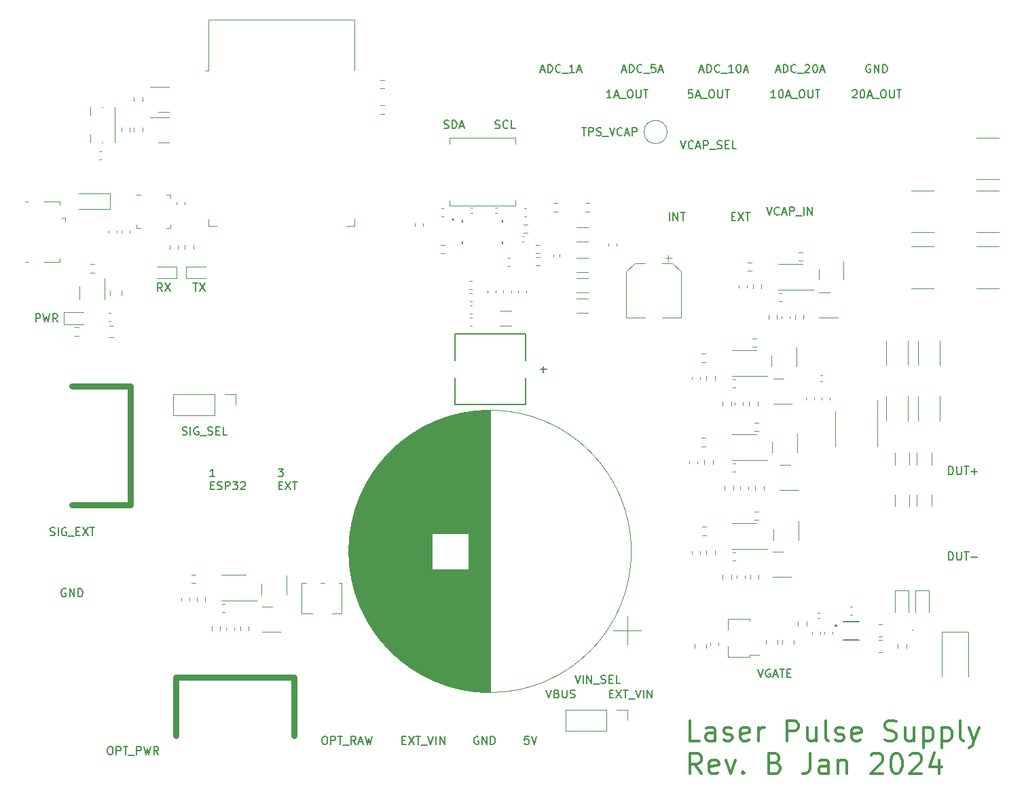
<source format=gbr>
%TF.GenerationSoftware,KiCad,Pcbnew,7.0.8*%
%TF.CreationDate,2024-01-29T15:42:30-05:00*%
%TF.ProjectId,cc_laser_supply_rev-B,63635f6c-6173-4657-925f-737570706c79,rev?*%
%TF.SameCoordinates,Original*%
%TF.FileFunction,Legend,Top*%
%TF.FilePolarity,Positive*%
%FSLAX46Y46*%
G04 Gerber Fmt 4.6, Leading zero omitted, Abs format (unit mm)*
G04 Created by KiCad (PCBNEW 7.0.8) date 2024-01-29 15:42:30*
%MOMM*%
%LPD*%
G01*
G04 APERTURE LIST*
%ADD10C,0.150000*%
%ADD11C,0.355600*%
%ADD12C,0.120000*%
%ADD13C,0.127000*%
%ADD14C,0.200000*%
%ADD15C,0.152400*%
%ADD16C,0.800000*%
G04 APERTURE END LIST*
D10*
X157689779Y-76069819D02*
X157689779Y-75069819D01*
X158165969Y-76069819D02*
X158165969Y-75069819D01*
X158165969Y-75069819D02*
X158737397Y-76069819D01*
X158737397Y-76069819D02*
X158737397Y-75069819D01*
X159070731Y-75069819D02*
X159642159Y-75069819D01*
X159356445Y-76069819D02*
X159356445Y-75069819D01*
X165451683Y-75546009D02*
X165785016Y-75546009D01*
X165927873Y-76069819D02*
X165451683Y-76069819D01*
X165451683Y-76069819D02*
X165451683Y-75069819D01*
X165451683Y-75069819D02*
X165927873Y-75069819D01*
X166261207Y-75069819D02*
X166927873Y-76069819D01*
X166927873Y-75069819D02*
X166261207Y-76069819D01*
X167165969Y-75069819D02*
X167737397Y-75069819D01*
X167451683Y-76069819D02*
X167451683Y-75069819D01*
X100987388Y-108038619D02*
X100415960Y-108038619D01*
X100701674Y-108038619D02*
X100701674Y-107038619D01*
X100701674Y-107038619D02*
X100606436Y-107181476D01*
X100606436Y-107181476D02*
X100511198Y-107276714D01*
X100511198Y-107276714D02*
X100415960Y-107324333D01*
X108892150Y-107038619D02*
X109511197Y-107038619D01*
X109511197Y-107038619D02*
X109177864Y-107419571D01*
X109177864Y-107419571D02*
X109320721Y-107419571D01*
X109320721Y-107419571D02*
X109415959Y-107467190D01*
X109415959Y-107467190D02*
X109463578Y-107514809D01*
X109463578Y-107514809D02*
X109511197Y-107610047D01*
X109511197Y-107610047D02*
X109511197Y-107848142D01*
X109511197Y-107848142D02*
X109463578Y-107943380D01*
X109463578Y-107943380D02*
X109415959Y-107991000D01*
X109415959Y-107991000D02*
X109320721Y-108038619D01*
X109320721Y-108038619D02*
X109035007Y-108038619D01*
X109035007Y-108038619D02*
X108939769Y-107991000D01*
X108939769Y-107991000D02*
X108892150Y-107943380D01*
X100463579Y-109124809D02*
X100796912Y-109124809D01*
X100939769Y-109648619D02*
X100463579Y-109648619D01*
X100463579Y-109648619D02*
X100463579Y-108648619D01*
X100463579Y-108648619D02*
X100939769Y-108648619D01*
X101320722Y-109601000D02*
X101463579Y-109648619D01*
X101463579Y-109648619D02*
X101701674Y-109648619D01*
X101701674Y-109648619D02*
X101796912Y-109601000D01*
X101796912Y-109601000D02*
X101844531Y-109553380D01*
X101844531Y-109553380D02*
X101892150Y-109458142D01*
X101892150Y-109458142D02*
X101892150Y-109362904D01*
X101892150Y-109362904D02*
X101844531Y-109267666D01*
X101844531Y-109267666D02*
X101796912Y-109220047D01*
X101796912Y-109220047D02*
X101701674Y-109172428D01*
X101701674Y-109172428D02*
X101511198Y-109124809D01*
X101511198Y-109124809D02*
X101415960Y-109077190D01*
X101415960Y-109077190D02*
X101368341Y-109029571D01*
X101368341Y-109029571D02*
X101320722Y-108934333D01*
X101320722Y-108934333D02*
X101320722Y-108839095D01*
X101320722Y-108839095D02*
X101368341Y-108743857D01*
X101368341Y-108743857D02*
X101415960Y-108696238D01*
X101415960Y-108696238D02*
X101511198Y-108648619D01*
X101511198Y-108648619D02*
X101749293Y-108648619D01*
X101749293Y-108648619D02*
X101892150Y-108696238D01*
X102320722Y-109648619D02*
X102320722Y-108648619D01*
X102320722Y-108648619D02*
X102701674Y-108648619D01*
X102701674Y-108648619D02*
X102796912Y-108696238D01*
X102796912Y-108696238D02*
X102844531Y-108743857D01*
X102844531Y-108743857D02*
X102892150Y-108839095D01*
X102892150Y-108839095D02*
X102892150Y-108981952D01*
X102892150Y-108981952D02*
X102844531Y-109077190D01*
X102844531Y-109077190D02*
X102796912Y-109124809D01*
X102796912Y-109124809D02*
X102701674Y-109172428D01*
X102701674Y-109172428D02*
X102320722Y-109172428D01*
X103225484Y-108648619D02*
X103844531Y-108648619D01*
X103844531Y-108648619D02*
X103511198Y-109029571D01*
X103511198Y-109029571D02*
X103654055Y-109029571D01*
X103654055Y-109029571D02*
X103749293Y-109077190D01*
X103749293Y-109077190D02*
X103796912Y-109124809D01*
X103796912Y-109124809D02*
X103844531Y-109220047D01*
X103844531Y-109220047D02*
X103844531Y-109458142D01*
X103844531Y-109458142D02*
X103796912Y-109553380D01*
X103796912Y-109553380D02*
X103749293Y-109601000D01*
X103749293Y-109601000D02*
X103654055Y-109648619D01*
X103654055Y-109648619D02*
X103368341Y-109648619D01*
X103368341Y-109648619D02*
X103273103Y-109601000D01*
X103273103Y-109601000D02*
X103225484Y-109553380D01*
X104225484Y-108743857D02*
X104273103Y-108696238D01*
X104273103Y-108696238D02*
X104368341Y-108648619D01*
X104368341Y-108648619D02*
X104606436Y-108648619D01*
X104606436Y-108648619D02*
X104701674Y-108696238D01*
X104701674Y-108696238D02*
X104749293Y-108743857D01*
X104749293Y-108743857D02*
X104796912Y-108839095D01*
X104796912Y-108839095D02*
X104796912Y-108934333D01*
X104796912Y-108934333D02*
X104749293Y-109077190D01*
X104749293Y-109077190D02*
X104177865Y-109648619D01*
X104177865Y-109648619D02*
X104796912Y-109648619D01*
X108987388Y-109124809D02*
X109320721Y-109124809D01*
X109463578Y-109648619D02*
X108987388Y-109648619D01*
X108987388Y-109648619D02*
X108987388Y-108648619D01*
X108987388Y-108648619D02*
X109463578Y-108648619D01*
X109796912Y-108648619D02*
X110463578Y-109648619D01*
X110463578Y-108648619D02*
X109796912Y-109648619D01*
X110701674Y-108648619D02*
X111273102Y-108648619D01*
X110987388Y-109648619D02*
X110987388Y-108648619D01*
D11*
X161433232Y-140996260D02*
X160223708Y-140996260D01*
X160223708Y-140996260D02*
X160223708Y-138456260D01*
X163368470Y-140996260D02*
X163368470Y-139665784D01*
X163368470Y-139665784D02*
X163247517Y-139423879D01*
X163247517Y-139423879D02*
X163005613Y-139302927D01*
X163005613Y-139302927D02*
X162521803Y-139302927D01*
X162521803Y-139302927D02*
X162279898Y-139423879D01*
X163368470Y-140875308D02*
X163126565Y-140996260D01*
X163126565Y-140996260D02*
X162521803Y-140996260D01*
X162521803Y-140996260D02*
X162279898Y-140875308D01*
X162279898Y-140875308D02*
X162158946Y-140633403D01*
X162158946Y-140633403D02*
X162158946Y-140391498D01*
X162158946Y-140391498D02*
X162279898Y-140149593D01*
X162279898Y-140149593D02*
X162521803Y-140028641D01*
X162521803Y-140028641D02*
X163126565Y-140028641D01*
X163126565Y-140028641D02*
X163368470Y-139907688D01*
X164457041Y-140875308D02*
X164698946Y-140996260D01*
X164698946Y-140996260D02*
X165182755Y-140996260D01*
X165182755Y-140996260D02*
X165424660Y-140875308D01*
X165424660Y-140875308D02*
X165545612Y-140633403D01*
X165545612Y-140633403D02*
X165545612Y-140512450D01*
X165545612Y-140512450D02*
X165424660Y-140270546D01*
X165424660Y-140270546D02*
X165182755Y-140149593D01*
X165182755Y-140149593D02*
X164819898Y-140149593D01*
X164819898Y-140149593D02*
X164577993Y-140028641D01*
X164577993Y-140028641D02*
X164457041Y-139786736D01*
X164457041Y-139786736D02*
X164457041Y-139665784D01*
X164457041Y-139665784D02*
X164577993Y-139423879D01*
X164577993Y-139423879D02*
X164819898Y-139302927D01*
X164819898Y-139302927D02*
X165182755Y-139302927D01*
X165182755Y-139302927D02*
X165424660Y-139423879D01*
X167601802Y-140875308D02*
X167359898Y-140996260D01*
X167359898Y-140996260D02*
X166876088Y-140996260D01*
X166876088Y-140996260D02*
X166634183Y-140875308D01*
X166634183Y-140875308D02*
X166513231Y-140633403D01*
X166513231Y-140633403D02*
X166513231Y-139665784D01*
X166513231Y-139665784D02*
X166634183Y-139423879D01*
X166634183Y-139423879D02*
X166876088Y-139302927D01*
X166876088Y-139302927D02*
X167359898Y-139302927D01*
X167359898Y-139302927D02*
X167601802Y-139423879D01*
X167601802Y-139423879D02*
X167722755Y-139665784D01*
X167722755Y-139665784D02*
X167722755Y-139907688D01*
X167722755Y-139907688D02*
X166513231Y-140149593D01*
X168811326Y-140996260D02*
X168811326Y-139302927D01*
X168811326Y-139786736D02*
X168932279Y-139544831D01*
X168932279Y-139544831D02*
X169053231Y-139423879D01*
X169053231Y-139423879D02*
X169295136Y-139302927D01*
X169295136Y-139302927D02*
X169537041Y-139302927D01*
X172318945Y-140996260D02*
X172318945Y-138456260D01*
X172318945Y-138456260D02*
X173286564Y-138456260D01*
X173286564Y-138456260D02*
X173528469Y-138577212D01*
X173528469Y-138577212D02*
X173649422Y-138698165D01*
X173649422Y-138698165D02*
X173770374Y-138940069D01*
X173770374Y-138940069D02*
X173770374Y-139302927D01*
X173770374Y-139302927D02*
X173649422Y-139544831D01*
X173649422Y-139544831D02*
X173528469Y-139665784D01*
X173528469Y-139665784D02*
X173286564Y-139786736D01*
X173286564Y-139786736D02*
X172318945Y-139786736D01*
X175947517Y-139302927D02*
X175947517Y-140996260D01*
X174858945Y-139302927D02*
X174858945Y-140633403D01*
X174858945Y-140633403D02*
X174979898Y-140875308D01*
X174979898Y-140875308D02*
X175221803Y-140996260D01*
X175221803Y-140996260D02*
X175584660Y-140996260D01*
X175584660Y-140996260D02*
X175826564Y-140875308D01*
X175826564Y-140875308D02*
X175947517Y-140754355D01*
X177519898Y-140996260D02*
X177277993Y-140875308D01*
X177277993Y-140875308D02*
X177157040Y-140633403D01*
X177157040Y-140633403D02*
X177157040Y-138456260D01*
X178366564Y-140875308D02*
X178608469Y-140996260D01*
X178608469Y-140996260D02*
X179092278Y-140996260D01*
X179092278Y-140996260D02*
X179334183Y-140875308D01*
X179334183Y-140875308D02*
X179455135Y-140633403D01*
X179455135Y-140633403D02*
X179455135Y-140512450D01*
X179455135Y-140512450D02*
X179334183Y-140270546D01*
X179334183Y-140270546D02*
X179092278Y-140149593D01*
X179092278Y-140149593D02*
X178729421Y-140149593D01*
X178729421Y-140149593D02*
X178487516Y-140028641D01*
X178487516Y-140028641D02*
X178366564Y-139786736D01*
X178366564Y-139786736D02*
X178366564Y-139665784D01*
X178366564Y-139665784D02*
X178487516Y-139423879D01*
X178487516Y-139423879D02*
X178729421Y-139302927D01*
X178729421Y-139302927D02*
X179092278Y-139302927D01*
X179092278Y-139302927D02*
X179334183Y-139423879D01*
X181511325Y-140875308D02*
X181269421Y-140996260D01*
X181269421Y-140996260D02*
X180785611Y-140996260D01*
X180785611Y-140996260D02*
X180543706Y-140875308D01*
X180543706Y-140875308D02*
X180422754Y-140633403D01*
X180422754Y-140633403D02*
X180422754Y-139665784D01*
X180422754Y-139665784D02*
X180543706Y-139423879D01*
X180543706Y-139423879D02*
X180785611Y-139302927D01*
X180785611Y-139302927D02*
X181269421Y-139302927D01*
X181269421Y-139302927D02*
X181511325Y-139423879D01*
X181511325Y-139423879D02*
X181632278Y-139665784D01*
X181632278Y-139665784D02*
X181632278Y-139907688D01*
X181632278Y-139907688D02*
X180422754Y-140149593D01*
X184535135Y-140875308D02*
X184897992Y-140996260D01*
X184897992Y-140996260D02*
X185502754Y-140996260D01*
X185502754Y-140996260D02*
X185744659Y-140875308D01*
X185744659Y-140875308D02*
X185865611Y-140754355D01*
X185865611Y-140754355D02*
X185986564Y-140512450D01*
X185986564Y-140512450D02*
X185986564Y-140270546D01*
X185986564Y-140270546D02*
X185865611Y-140028641D01*
X185865611Y-140028641D02*
X185744659Y-139907688D01*
X185744659Y-139907688D02*
X185502754Y-139786736D01*
X185502754Y-139786736D02*
X185018945Y-139665784D01*
X185018945Y-139665784D02*
X184777040Y-139544831D01*
X184777040Y-139544831D02*
X184656087Y-139423879D01*
X184656087Y-139423879D02*
X184535135Y-139181974D01*
X184535135Y-139181974D02*
X184535135Y-138940069D01*
X184535135Y-138940069D02*
X184656087Y-138698165D01*
X184656087Y-138698165D02*
X184777040Y-138577212D01*
X184777040Y-138577212D02*
X185018945Y-138456260D01*
X185018945Y-138456260D02*
X185623706Y-138456260D01*
X185623706Y-138456260D02*
X185986564Y-138577212D01*
X188163707Y-139302927D02*
X188163707Y-140996260D01*
X187075135Y-139302927D02*
X187075135Y-140633403D01*
X187075135Y-140633403D02*
X187196088Y-140875308D01*
X187196088Y-140875308D02*
X187437993Y-140996260D01*
X187437993Y-140996260D02*
X187800850Y-140996260D01*
X187800850Y-140996260D02*
X188042754Y-140875308D01*
X188042754Y-140875308D02*
X188163707Y-140754355D01*
X189373230Y-139302927D02*
X189373230Y-141842927D01*
X189373230Y-139423879D02*
X189615135Y-139302927D01*
X189615135Y-139302927D02*
X190098945Y-139302927D01*
X190098945Y-139302927D02*
X190340849Y-139423879D01*
X190340849Y-139423879D02*
X190461802Y-139544831D01*
X190461802Y-139544831D02*
X190582754Y-139786736D01*
X190582754Y-139786736D02*
X190582754Y-140512450D01*
X190582754Y-140512450D02*
X190461802Y-140754355D01*
X190461802Y-140754355D02*
X190340849Y-140875308D01*
X190340849Y-140875308D02*
X190098945Y-140996260D01*
X190098945Y-140996260D02*
X189615135Y-140996260D01*
X189615135Y-140996260D02*
X189373230Y-140875308D01*
X191671325Y-139302927D02*
X191671325Y-141842927D01*
X191671325Y-139423879D02*
X191913230Y-139302927D01*
X191913230Y-139302927D02*
X192397040Y-139302927D01*
X192397040Y-139302927D02*
X192638944Y-139423879D01*
X192638944Y-139423879D02*
X192759897Y-139544831D01*
X192759897Y-139544831D02*
X192880849Y-139786736D01*
X192880849Y-139786736D02*
X192880849Y-140512450D01*
X192880849Y-140512450D02*
X192759897Y-140754355D01*
X192759897Y-140754355D02*
X192638944Y-140875308D01*
X192638944Y-140875308D02*
X192397040Y-140996260D01*
X192397040Y-140996260D02*
X191913230Y-140996260D01*
X191913230Y-140996260D02*
X191671325Y-140875308D01*
X194332278Y-140996260D02*
X194090373Y-140875308D01*
X194090373Y-140875308D02*
X193969420Y-140633403D01*
X193969420Y-140633403D02*
X193969420Y-138456260D01*
X195057992Y-139302927D02*
X195662754Y-140996260D01*
X196267515Y-139302927D02*
X195662754Y-140996260D01*
X195662754Y-140996260D02*
X195420849Y-141601022D01*
X195420849Y-141601022D02*
X195299896Y-141721974D01*
X195299896Y-141721974D02*
X195057992Y-141842927D01*
X161675137Y-145085660D02*
X160828470Y-143876136D01*
X160223708Y-145085660D02*
X160223708Y-142545660D01*
X160223708Y-142545660D02*
X161191327Y-142545660D01*
X161191327Y-142545660D02*
X161433232Y-142666612D01*
X161433232Y-142666612D02*
X161554185Y-142787565D01*
X161554185Y-142787565D02*
X161675137Y-143029469D01*
X161675137Y-143029469D02*
X161675137Y-143392327D01*
X161675137Y-143392327D02*
X161554185Y-143634231D01*
X161554185Y-143634231D02*
X161433232Y-143755184D01*
X161433232Y-143755184D02*
X161191327Y-143876136D01*
X161191327Y-143876136D02*
X160223708Y-143876136D01*
X163731327Y-144964708D02*
X163489423Y-145085660D01*
X163489423Y-145085660D02*
X163005613Y-145085660D01*
X163005613Y-145085660D02*
X162763708Y-144964708D01*
X162763708Y-144964708D02*
X162642756Y-144722803D01*
X162642756Y-144722803D02*
X162642756Y-143755184D01*
X162642756Y-143755184D02*
X162763708Y-143513279D01*
X162763708Y-143513279D02*
X163005613Y-143392327D01*
X163005613Y-143392327D02*
X163489423Y-143392327D01*
X163489423Y-143392327D02*
X163731327Y-143513279D01*
X163731327Y-143513279D02*
X163852280Y-143755184D01*
X163852280Y-143755184D02*
X163852280Y-143997088D01*
X163852280Y-143997088D02*
X162642756Y-144238993D01*
X164698947Y-143392327D02*
X165303709Y-145085660D01*
X165303709Y-145085660D02*
X165908470Y-143392327D01*
X166876089Y-144843755D02*
X166997042Y-144964708D01*
X166997042Y-144964708D02*
X166876089Y-145085660D01*
X166876089Y-145085660D02*
X166755137Y-144964708D01*
X166755137Y-144964708D02*
X166876089Y-144843755D01*
X166876089Y-144843755D02*
X166876089Y-145085660D01*
X170867518Y-143755184D02*
X171230375Y-143876136D01*
X171230375Y-143876136D02*
X171351328Y-143997088D01*
X171351328Y-143997088D02*
X171472280Y-144238993D01*
X171472280Y-144238993D02*
X171472280Y-144601850D01*
X171472280Y-144601850D02*
X171351328Y-144843755D01*
X171351328Y-144843755D02*
X171230375Y-144964708D01*
X171230375Y-144964708D02*
X170988470Y-145085660D01*
X170988470Y-145085660D02*
X170020851Y-145085660D01*
X170020851Y-145085660D02*
X170020851Y-142545660D01*
X170020851Y-142545660D02*
X170867518Y-142545660D01*
X170867518Y-142545660D02*
X171109423Y-142666612D01*
X171109423Y-142666612D02*
X171230375Y-142787565D01*
X171230375Y-142787565D02*
X171351328Y-143029469D01*
X171351328Y-143029469D02*
X171351328Y-143271374D01*
X171351328Y-143271374D02*
X171230375Y-143513279D01*
X171230375Y-143513279D02*
X171109423Y-143634231D01*
X171109423Y-143634231D02*
X170867518Y-143755184D01*
X170867518Y-143755184D02*
X170020851Y-143755184D01*
X175221804Y-142545660D02*
X175221804Y-144359946D01*
X175221804Y-144359946D02*
X175100851Y-144722803D01*
X175100851Y-144722803D02*
X174858947Y-144964708D01*
X174858947Y-144964708D02*
X174496089Y-145085660D01*
X174496089Y-145085660D02*
X174254185Y-145085660D01*
X177519899Y-145085660D02*
X177519899Y-143755184D01*
X177519899Y-143755184D02*
X177398946Y-143513279D01*
X177398946Y-143513279D02*
X177157042Y-143392327D01*
X177157042Y-143392327D02*
X176673232Y-143392327D01*
X176673232Y-143392327D02*
X176431327Y-143513279D01*
X177519899Y-144964708D02*
X177277994Y-145085660D01*
X177277994Y-145085660D02*
X176673232Y-145085660D01*
X176673232Y-145085660D02*
X176431327Y-144964708D01*
X176431327Y-144964708D02*
X176310375Y-144722803D01*
X176310375Y-144722803D02*
X176310375Y-144480898D01*
X176310375Y-144480898D02*
X176431327Y-144238993D01*
X176431327Y-144238993D02*
X176673232Y-144118041D01*
X176673232Y-144118041D02*
X177277994Y-144118041D01*
X177277994Y-144118041D02*
X177519899Y-143997088D01*
X178729422Y-143392327D02*
X178729422Y-145085660D01*
X178729422Y-143634231D02*
X178850375Y-143513279D01*
X178850375Y-143513279D02*
X179092280Y-143392327D01*
X179092280Y-143392327D02*
X179455137Y-143392327D01*
X179455137Y-143392327D02*
X179697041Y-143513279D01*
X179697041Y-143513279D02*
X179817994Y-143755184D01*
X179817994Y-143755184D02*
X179817994Y-145085660D01*
X182841803Y-142787565D02*
X182962755Y-142666612D01*
X182962755Y-142666612D02*
X183204660Y-142545660D01*
X183204660Y-142545660D02*
X183809422Y-142545660D01*
X183809422Y-142545660D02*
X184051327Y-142666612D01*
X184051327Y-142666612D02*
X184172279Y-142787565D01*
X184172279Y-142787565D02*
X184293232Y-143029469D01*
X184293232Y-143029469D02*
X184293232Y-143271374D01*
X184293232Y-143271374D02*
X184172279Y-143634231D01*
X184172279Y-143634231D02*
X182720851Y-145085660D01*
X182720851Y-145085660D02*
X184293232Y-145085660D01*
X185865613Y-142545660D02*
X186107518Y-142545660D01*
X186107518Y-142545660D02*
X186349422Y-142666612D01*
X186349422Y-142666612D02*
X186470375Y-142787565D01*
X186470375Y-142787565D02*
X186591327Y-143029469D01*
X186591327Y-143029469D02*
X186712280Y-143513279D01*
X186712280Y-143513279D02*
X186712280Y-144118041D01*
X186712280Y-144118041D02*
X186591327Y-144601850D01*
X186591327Y-144601850D02*
X186470375Y-144843755D01*
X186470375Y-144843755D02*
X186349422Y-144964708D01*
X186349422Y-144964708D02*
X186107518Y-145085660D01*
X186107518Y-145085660D02*
X185865613Y-145085660D01*
X185865613Y-145085660D02*
X185623708Y-144964708D01*
X185623708Y-144964708D02*
X185502756Y-144843755D01*
X185502756Y-144843755D02*
X185381803Y-144601850D01*
X185381803Y-144601850D02*
X185260851Y-144118041D01*
X185260851Y-144118041D02*
X185260851Y-143513279D01*
X185260851Y-143513279D02*
X185381803Y-143029469D01*
X185381803Y-143029469D02*
X185502756Y-142787565D01*
X185502756Y-142787565D02*
X185623708Y-142666612D01*
X185623708Y-142666612D02*
X185865613Y-142545660D01*
X187679899Y-142787565D02*
X187800851Y-142666612D01*
X187800851Y-142666612D02*
X188042756Y-142545660D01*
X188042756Y-142545660D02*
X188647518Y-142545660D01*
X188647518Y-142545660D02*
X188889423Y-142666612D01*
X188889423Y-142666612D02*
X189010375Y-142787565D01*
X189010375Y-142787565D02*
X189131328Y-143029469D01*
X189131328Y-143029469D02*
X189131328Y-143271374D01*
X189131328Y-143271374D02*
X189010375Y-143634231D01*
X189010375Y-143634231D02*
X187558947Y-145085660D01*
X187558947Y-145085660D02*
X189131328Y-145085660D01*
X191308471Y-143392327D02*
X191308471Y-145085660D01*
X190703709Y-142424708D02*
X190098947Y-144238993D01*
X190098947Y-144238993D02*
X191671328Y-144238993D01*
D10*
X142321922Y-134632819D02*
X142655255Y-135632819D01*
X142655255Y-135632819D02*
X142988588Y-134632819D01*
X143655255Y-135109009D02*
X143798112Y-135156628D01*
X143798112Y-135156628D02*
X143845731Y-135204247D01*
X143845731Y-135204247D02*
X143893350Y-135299485D01*
X143893350Y-135299485D02*
X143893350Y-135442342D01*
X143893350Y-135442342D02*
X143845731Y-135537580D01*
X143845731Y-135537580D02*
X143798112Y-135585200D01*
X143798112Y-135585200D02*
X143702874Y-135632819D01*
X143702874Y-135632819D02*
X143321922Y-135632819D01*
X143321922Y-135632819D02*
X143321922Y-134632819D01*
X143321922Y-134632819D02*
X143655255Y-134632819D01*
X143655255Y-134632819D02*
X143750493Y-134680438D01*
X143750493Y-134680438D02*
X143798112Y-134728057D01*
X143798112Y-134728057D02*
X143845731Y-134823295D01*
X143845731Y-134823295D02*
X143845731Y-134918533D01*
X143845731Y-134918533D02*
X143798112Y-135013771D01*
X143798112Y-135013771D02*
X143750493Y-135061390D01*
X143750493Y-135061390D02*
X143655255Y-135109009D01*
X143655255Y-135109009D02*
X143321922Y-135109009D01*
X144321922Y-134632819D02*
X144321922Y-135442342D01*
X144321922Y-135442342D02*
X144369541Y-135537580D01*
X144369541Y-135537580D02*
X144417160Y-135585200D01*
X144417160Y-135585200D02*
X144512398Y-135632819D01*
X144512398Y-135632819D02*
X144702874Y-135632819D01*
X144702874Y-135632819D02*
X144798112Y-135585200D01*
X144798112Y-135585200D02*
X144845731Y-135537580D01*
X144845731Y-135537580D02*
X144893350Y-135442342D01*
X144893350Y-135442342D02*
X144893350Y-134632819D01*
X145321922Y-135585200D02*
X145464779Y-135632819D01*
X145464779Y-135632819D02*
X145702874Y-135632819D01*
X145702874Y-135632819D02*
X145798112Y-135585200D01*
X145798112Y-135585200D02*
X145845731Y-135537580D01*
X145845731Y-135537580D02*
X145893350Y-135442342D01*
X145893350Y-135442342D02*
X145893350Y-135347104D01*
X145893350Y-135347104D02*
X145845731Y-135251866D01*
X145845731Y-135251866D02*
X145798112Y-135204247D01*
X145798112Y-135204247D02*
X145702874Y-135156628D01*
X145702874Y-135156628D02*
X145512398Y-135109009D01*
X145512398Y-135109009D02*
X145417160Y-135061390D01*
X145417160Y-135061390D02*
X145369541Y-135013771D01*
X145369541Y-135013771D02*
X145321922Y-134918533D01*
X145321922Y-134918533D02*
X145321922Y-134823295D01*
X145321922Y-134823295D02*
X145369541Y-134728057D01*
X145369541Y-134728057D02*
X145417160Y-134680438D01*
X145417160Y-134680438D02*
X145512398Y-134632819D01*
X145512398Y-134632819D02*
X145750493Y-134632819D01*
X145750493Y-134632819D02*
X145893350Y-134680438D01*
X150226683Y-135109009D02*
X150560016Y-135109009D01*
X150702873Y-135632819D02*
X150226683Y-135632819D01*
X150226683Y-135632819D02*
X150226683Y-134632819D01*
X150226683Y-134632819D02*
X150702873Y-134632819D01*
X151036207Y-134632819D02*
X151702873Y-135632819D01*
X151702873Y-134632819D02*
X151036207Y-135632819D01*
X151940969Y-134632819D02*
X152512397Y-134632819D01*
X152226683Y-135632819D02*
X152226683Y-134632819D01*
X152607636Y-135728057D02*
X153369540Y-135728057D01*
X153464779Y-134632819D02*
X153798112Y-135632819D01*
X153798112Y-135632819D02*
X154131445Y-134632819D01*
X154464779Y-135632819D02*
X154464779Y-134632819D01*
X154940969Y-135632819D02*
X154940969Y-134632819D01*
X154940969Y-134632819D02*
X155512397Y-135632819D01*
X155512397Y-135632819D02*
X155512397Y-134632819D01*
X159083809Y-66129819D02*
X159417142Y-67129819D01*
X159417142Y-67129819D02*
X159750475Y-66129819D01*
X160655237Y-67034580D02*
X160607618Y-67082200D01*
X160607618Y-67082200D02*
X160464761Y-67129819D01*
X160464761Y-67129819D02*
X160369523Y-67129819D01*
X160369523Y-67129819D02*
X160226666Y-67082200D01*
X160226666Y-67082200D02*
X160131428Y-66986961D01*
X160131428Y-66986961D02*
X160083809Y-66891723D01*
X160083809Y-66891723D02*
X160036190Y-66701247D01*
X160036190Y-66701247D02*
X160036190Y-66558390D01*
X160036190Y-66558390D02*
X160083809Y-66367914D01*
X160083809Y-66367914D02*
X160131428Y-66272676D01*
X160131428Y-66272676D02*
X160226666Y-66177438D01*
X160226666Y-66177438D02*
X160369523Y-66129819D01*
X160369523Y-66129819D02*
X160464761Y-66129819D01*
X160464761Y-66129819D02*
X160607618Y-66177438D01*
X160607618Y-66177438D02*
X160655237Y-66225057D01*
X161036190Y-66844104D02*
X161512380Y-66844104D01*
X160940952Y-67129819D02*
X161274285Y-66129819D01*
X161274285Y-66129819D02*
X161607618Y-67129819D01*
X161940952Y-67129819D02*
X161940952Y-66129819D01*
X161940952Y-66129819D02*
X162321904Y-66129819D01*
X162321904Y-66129819D02*
X162417142Y-66177438D01*
X162417142Y-66177438D02*
X162464761Y-66225057D01*
X162464761Y-66225057D02*
X162512380Y-66320295D01*
X162512380Y-66320295D02*
X162512380Y-66463152D01*
X162512380Y-66463152D02*
X162464761Y-66558390D01*
X162464761Y-66558390D02*
X162417142Y-66606009D01*
X162417142Y-66606009D02*
X162321904Y-66653628D01*
X162321904Y-66653628D02*
X161940952Y-66653628D01*
X162702857Y-67225057D02*
X163464761Y-67225057D01*
X163655238Y-67082200D02*
X163798095Y-67129819D01*
X163798095Y-67129819D02*
X164036190Y-67129819D01*
X164036190Y-67129819D02*
X164131428Y-67082200D01*
X164131428Y-67082200D02*
X164179047Y-67034580D01*
X164179047Y-67034580D02*
X164226666Y-66939342D01*
X164226666Y-66939342D02*
X164226666Y-66844104D01*
X164226666Y-66844104D02*
X164179047Y-66748866D01*
X164179047Y-66748866D02*
X164131428Y-66701247D01*
X164131428Y-66701247D02*
X164036190Y-66653628D01*
X164036190Y-66653628D02*
X163845714Y-66606009D01*
X163845714Y-66606009D02*
X163750476Y-66558390D01*
X163750476Y-66558390D02*
X163702857Y-66510771D01*
X163702857Y-66510771D02*
X163655238Y-66415533D01*
X163655238Y-66415533D02*
X163655238Y-66320295D01*
X163655238Y-66320295D02*
X163702857Y-66225057D01*
X163702857Y-66225057D02*
X163750476Y-66177438D01*
X163750476Y-66177438D02*
X163845714Y-66129819D01*
X163845714Y-66129819D02*
X164083809Y-66129819D01*
X164083809Y-66129819D02*
X164226666Y-66177438D01*
X164655238Y-66606009D02*
X164988571Y-66606009D01*
X165131428Y-67129819D02*
X164655238Y-67129819D01*
X164655238Y-67129819D02*
X164655238Y-66129819D01*
X164655238Y-66129819D02*
X165131428Y-66129819D01*
X166036190Y-67129819D02*
X165560000Y-67129819D01*
X165560000Y-67129819D02*
X165560000Y-66129819D01*
X124357143Y-140901009D02*
X124690476Y-140901009D01*
X124833333Y-141424819D02*
X124357143Y-141424819D01*
X124357143Y-141424819D02*
X124357143Y-140424819D01*
X124357143Y-140424819D02*
X124833333Y-140424819D01*
X125166667Y-140424819D02*
X125833333Y-141424819D01*
X125833333Y-140424819D02*
X125166667Y-141424819D01*
X126071429Y-140424819D02*
X126642857Y-140424819D01*
X126357143Y-141424819D02*
X126357143Y-140424819D01*
X126738096Y-141520057D02*
X127500000Y-141520057D01*
X127595239Y-140424819D02*
X127928572Y-141424819D01*
X127928572Y-141424819D02*
X128261905Y-140424819D01*
X128595239Y-141424819D02*
X128595239Y-140424819D01*
X129071429Y-141424819D02*
X129071429Y-140424819D01*
X129071429Y-140424819D02*
X129642857Y-141424819D01*
X129642857Y-141424819D02*
X129642857Y-140424819D01*
X80470714Y-115343200D02*
X80613571Y-115390819D01*
X80613571Y-115390819D02*
X80851666Y-115390819D01*
X80851666Y-115390819D02*
X80946904Y-115343200D01*
X80946904Y-115343200D02*
X80994523Y-115295580D01*
X80994523Y-115295580D02*
X81042142Y-115200342D01*
X81042142Y-115200342D02*
X81042142Y-115105104D01*
X81042142Y-115105104D02*
X80994523Y-115009866D01*
X80994523Y-115009866D02*
X80946904Y-114962247D01*
X80946904Y-114962247D02*
X80851666Y-114914628D01*
X80851666Y-114914628D02*
X80661190Y-114867009D01*
X80661190Y-114867009D02*
X80565952Y-114819390D01*
X80565952Y-114819390D02*
X80518333Y-114771771D01*
X80518333Y-114771771D02*
X80470714Y-114676533D01*
X80470714Y-114676533D02*
X80470714Y-114581295D01*
X80470714Y-114581295D02*
X80518333Y-114486057D01*
X80518333Y-114486057D02*
X80565952Y-114438438D01*
X80565952Y-114438438D02*
X80661190Y-114390819D01*
X80661190Y-114390819D02*
X80899285Y-114390819D01*
X80899285Y-114390819D02*
X81042142Y-114438438D01*
X81470714Y-115390819D02*
X81470714Y-114390819D01*
X82470713Y-114438438D02*
X82375475Y-114390819D01*
X82375475Y-114390819D02*
X82232618Y-114390819D01*
X82232618Y-114390819D02*
X82089761Y-114438438D01*
X82089761Y-114438438D02*
X81994523Y-114533676D01*
X81994523Y-114533676D02*
X81946904Y-114628914D01*
X81946904Y-114628914D02*
X81899285Y-114819390D01*
X81899285Y-114819390D02*
X81899285Y-114962247D01*
X81899285Y-114962247D02*
X81946904Y-115152723D01*
X81946904Y-115152723D02*
X81994523Y-115247961D01*
X81994523Y-115247961D02*
X82089761Y-115343200D01*
X82089761Y-115343200D02*
X82232618Y-115390819D01*
X82232618Y-115390819D02*
X82327856Y-115390819D01*
X82327856Y-115390819D02*
X82470713Y-115343200D01*
X82470713Y-115343200D02*
X82518332Y-115295580D01*
X82518332Y-115295580D02*
X82518332Y-114962247D01*
X82518332Y-114962247D02*
X82327856Y-114962247D01*
X82708809Y-115486057D02*
X83470713Y-115486057D01*
X83708809Y-114867009D02*
X84042142Y-114867009D01*
X84184999Y-115390819D02*
X83708809Y-115390819D01*
X83708809Y-115390819D02*
X83708809Y-114390819D01*
X83708809Y-114390819D02*
X84184999Y-114390819D01*
X84518333Y-114390819D02*
X85184999Y-115390819D01*
X85184999Y-114390819D02*
X84518333Y-115390819D01*
X85423095Y-114390819D02*
X85994523Y-114390819D01*
X85708809Y-115390819D02*
X85708809Y-114390819D01*
X170990000Y-57319104D02*
X171466190Y-57319104D01*
X170894762Y-57604819D02*
X171228095Y-56604819D01*
X171228095Y-56604819D02*
X171561428Y-57604819D01*
X171894762Y-57604819D02*
X171894762Y-56604819D01*
X171894762Y-56604819D02*
X172132857Y-56604819D01*
X172132857Y-56604819D02*
X172275714Y-56652438D01*
X172275714Y-56652438D02*
X172370952Y-56747676D01*
X172370952Y-56747676D02*
X172418571Y-56842914D01*
X172418571Y-56842914D02*
X172466190Y-57033390D01*
X172466190Y-57033390D02*
X172466190Y-57176247D01*
X172466190Y-57176247D02*
X172418571Y-57366723D01*
X172418571Y-57366723D02*
X172370952Y-57461961D01*
X172370952Y-57461961D02*
X172275714Y-57557200D01*
X172275714Y-57557200D02*
X172132857Y-57604819D01*
X172132857Y-57604819D02*
X171894762Y-57604819D01*
X173466190Y-57509580D02*
X173418571Y-57557200D01*
X173418571Y-57557200D02*
X173275714Y-57604819D01*
X173275714Y-57604819D02*
X173180476Y-57604819D01*
X173180476Y-57604819D02*
X173037619Y-57557200D01*
X173037619Y-57557200D02*
X172942381Y-57461961D01*
X172942381Y-57461961D02*
X172894762Y-57366723D01*
X172894762Y-57366723D02*
X172847143Y-57176247D01*
X172847143Y-57176247D02*
X172847143Y-57033390D01*
X172847143Y-57033390D02*
X172894762Y-56842914D01*
X172894762Y-56842914D02*
X172942381Y-56747676D01*
X172942381Y-56747676D02*
X173037619Y-56652438D01*
X173037619Y-56652438D02*
X173180476Y-56604819D01*
X173180476Y-56604819D02*
X173275714Y-56604819D01*
X173275714Y-56604819D02*
X173418571Y-56652438D01*
X173418571Y-56652438D02*
X173466190Y-56700057D01*
X173656667Y-57700057D02*
X174418571Y-57700057D01*
X174609048Y-56700057D02*
X174656667Y-56652438D01*
X174656667Y-56652438D02*
X174751905Y-56604819D01*
X174751905Y-56604819D02*
X174990000Y-56604819D01*
X174990000Y-56604819D02*
X175085238Y-56652438D01*
X175085238Y-56652438D02*
X175132857Y-56700057D01*
X175132857Y-56700057D02*
X175180476Y-56795295D01*
X175180476Y-56795295D02*
X175180476Y-56890533D01*
X175180476Y-56890533D02*
X175132857Y-57033390D01*
X175132857Y-57033390D02*
X174561429Y-57604819D01*
X174561429Y-57604819D02*
X175180476Y-57604819D01*
X175799524Y-56604819D02*
X175894762Y-56604819D01*
X175894762Y-56604819D02*
X175990000Y-56652438D01*
X175990000Y-56652438D02*
X176037619Y-56700057D01*
X176037619Y-56700057D02*
X176085238Y-56795295D01*
X176085238Y-56795295D02*
X176132857Y-56985771D01*
X176132857Y-56985771D02*
X176132857Y-57223866D01*
X176132857Y-57223866D02*
X176085238Y-57414342D01*
X176085238Y-57414342D02*
X176037619Y-57509580D01*
X176037619Y-57509580D02*
X175990000Y-57557200D01*
X175990000Y-57557200D02*
X175894762Y-57604819D01*
X175894762Y-57604819D02*
X175799524Y-57604819D01*
X175799524Y-57604819D02*
X175704286Y-57557200D01*
X175704286Y-57557200D02*
X175656667Y-57509580D01*
X175656667Y-57509580D02*
X175609048Y-57414342D01*
X175609048Y-57414342D02*
X175561429Y-57223866D01*
X175561429Y-57223866D02*
X175561429Y-56985771D01*
X175561429Y-56985771D02*
X175609048Y-56795295D01*
X175609048Y-56795295D02*
X175656667Y-56700057D01*
X175656667Y-56700057D02*
X175704286Y-56652438D01*
X175704286Y-56652438D02*
X175799524Y-56604819D01*
X176513810Y-57319104D02*
X176990000Y-57319104D01*
X176418572Y-57604819D02*
X176751905Y-56604819D01*
X176751905Y-56604819D02*
X177085238Y-57604819D01*
X98298095Y-83909819D02*
X98869523Y-83909819D01*
X98583809Y-84909819D02*
X98583809Y-83909819D01*
X99107619Y-83909819D02*
X99774285Y-84909819D01*
X99774285Y-83909819D02*
X99107619Y-84909819D01*
X114617857Y-140424819D02*
X114808333Y-140424819D01*
X114808333Y-140424819D02*
X114903571Y-140472438D01*
X114903571Y-140472438D02*
X114998809Y-140567676D01*
X114998809Y-140567676D02*
X115046428Y-140758152D01*
X115046428Y-140758152D02*
X115046428Y-141091485D01*
X115046428Y-141091485D02*
X114998809Y-141281961D01*
X114998809Y-141281961D02*
X114903571Y-141377200D01*
X114903571Y-141377200D02*
X114808333Y-141424819D01*
X114808333Y-141424819D02*
X114617857Y-141424819D01*
X114617857Y-141424819D02*
X114522619Y-141377200D01*
X114522619Y-141377200D02*
X114427381Y-141281961D01*
X114427381Y-141281961D02*
X114379762Y-141091485D01*
X114379762Y-141091485D02*
X114379762Y-140758152D01*
X114379762Y-140758152D02*
X114427381Y-140567676D01*
X114427381Y-140567676D02*
X114522619Y-140472438D01*
X114522619Y-140472438D02*
X114617857Y-140424819D01*
X115475000Y-141424819D02*
X115475000Y-140424819D01*
X115475000Y-140424819D02*
X115855952Y-140424819D01*
X115855952Y-140424819D02*
X115951190Y-140472438D01*
X115951190Y-140472438D02*
X115998809Y-140520057D01*
X115998809Y-140520057D02*
X116046428Y-140615295D01*
X116046428Y-140615295D02*
X116046428Y-140758152D01*
X116046428Y-140758152D02*
X115998809Y-140853390D01*
X115998809Y-140853390D02*
X115951190Y-140901009D01*
X115951190Y-140901009D02*
X115855952Y-140948628D01*
X115855952Y-140948628D02*
X115475000Y-140948628D01*
X116332143Y-140424819D02*
X116903571Y-140424819D01*
X116617857Y-141424819D02*
X116617857Y-140424819D01*
X116998810Y-141520057D02*
X117760714Y-141520057D01*
X118570238Y-141424819D02*
X118236905Y-140948628D01*
X117998810Y-141424819D02*
X117998810Y-140424819D01*
X117998810Y-140424819D02*
X118379762Y-140424819D01*
X118379762Y-140424819D02*
X118475000Y-140472438D01*
X118475000Y-140472438D02*
X118522619Y-140520057D01*
X118522619Y-140520057D02*
X118570238Y-140615295D01*
X118570238Y-140615295D02*
X118570238Y-140758152D01*
X118570238Y-140758152D02*
X118522619Y-140853390D01*
X118522619Y-140853390D02*
X118475000Y-140901009D01*
X118475000Y-140901009D02*
X118379762Y-140948628D01*
X118379762Y-140948628D02*
X117998810Y-140948628D01*
X118951191Y-141139104D02*
X119427381Y-141139104D01*
X118855953Y-141424819D02*
X119189286Y-140424819D01*
X119189286Y-140424819D02*
X119522619Y-141424819D01*
X119760715Y-140424819D02*
X119998810Y-141424819D01*
X119998810Y-141424819D02*
X120189286Y-140710533D01*
X120189286Y-140710533D02*
X120379762Y-141424819D01*
X120379762Y-141424819D02*
X120617858Y-140424819D01*
X141621190Y-57319104D02*
X142097380Y-57319104D01*
X141525952Y-57604819D02*
X141859285Y-56604819D01*
X141859285Y-56604819D02*
X142192618Y-57604819D01*
X142525952Y-57604819D02*
X142525952Y-56604819D01*
X142525952Y-56604819D02*
X142764047Y-56604819D01*
X142764047Y-56604819D02*
X142906904Y-56652438D01*
X142906904Y-56652438D02*
X143002142Y-56747676D01*
X143002142Y-56747676D02*
X143049761Y-56842914D01*
X143049761Y-56842914D02*
X143097380Y-57033390D01*
X143097380Y-57033390D02*
X143097380Y-57176247D01*
X143097380Y-57176247D02*
X143049761Y-57366723D01*
X143049761Y-57366723D02*
X143002142Y-57461961D01*
X143002142Y-57461961D02*
X142906904Y-57557200D01*
X142906904Y-57557200D02*
X142764047Y-57604819D01*
X142764047Y-57604819D02*
X142525952Y-57604819D01*
X144097380Y-57509580D02*
X144049761Y-57557200D01*
X144049761Y-57557200D02*
X143906904Y-57604819D01*
X143906904Y-57604819D02*
X143811666Y-57604819D01*
X143811666Y-57604819D02*
X143668809Y-57557200D01*
X143668809Y-57557200D02*
X143573571Y-57461961D01*
X143573571Y-57461961D02*
X143525952Y-57366723D01*
X143525952Y-57366723D02*
X143478333Y-57176247D01*
X143478333Y-57176247D02*
X143478333Y-57033390D01*
X143478333Y-57033390D02*
X143525952Y-56842914D01*
X143525952Y-56842914D02*
X143573571Y-56747676D01*
X143573571Y-56747676D02*
X143668809Y-56652438D01*
X143668809Y-56652438D02*
X143811666Y-56604819D01*
X143811666Y-56604819D02*
X143906904Y-56604819D01*
X143906904Y-56604819D02*
X144049761Y-56652438D01*
X144049761Y-56652438D02*
X144097380Y-56700057D01*
X144287857Y-57700057D02*
X145049761Y-57700057D01*
X145811666Y-57604819D02*
X145240238Y-57604819D01*
X145525952Y-57604819D02*
X145525952Y-56604819D01*
X145525952Y-56604819D02*
X145430714Y-56747676D01*
X145430714Y-56747676D02*
X145335476Y-56842914D01*
X145335476Y-56842914D02*
X145240238Y-56890533D01*
X146192619Y-57319104D02*
X146668809Y-57319104D01*
X146097381Y-57604819D02*
X146430714Y-56604819D01*
X146430714Y-56604819D02*
X146764047Y-57604819D01*
X133858095Y-140472438D02*
X133762857Y-140424819D01*
X133762857Y-140424819D02*
X133620000Y-140424819D01*
X133620000Y-140424819D02*
X133477143Y-140472438D01*
X133477143Y-140472438D02*
X133381905Y-140567676D01*
X133381905Y-140567676D02*
X133334286Y-140662914D01*
X133334286Y-140662914D02*
X133286667Y-140853390D01*
X133286667Y-140853390D02*
X133286667Y-140996247D01*
X133286667Y-140996247D02*
X133334286Y-141186723D01*
X133334286Y-141186723D02*
X133381905Y-141281961D01*
X133381905Y-141281961D02*
X133477143Y-141377200D01*
X133477143Y-141377200D02*
X133620000Y-141424819D01*
X133620000Y-141424819D02*
X133715238Y-141424819D01*
X133715238Y-141424819D02*
X133858095Y-141377200D01*
X133858095Y-141377200D02*
X133905714Y-141329580D01*
X133905714Y-141329580D02*
X133905714Y-140996247D01*
X133905714Y-140996247D02*
X133715238Y-140996247D01*
X134334286Y-141424819D02*
X134334286Y-140424819D01*
X134334286Y-140424819D02*
X134905714Y-141424819D01*
X134905714Y-141424819D02*
X134905714Y-140424819D01*
X135381905Y-141424819D02*
X135381905Y-140424819D01*
X135381905Y-140424819D02*
X135620000Y-140424819D01*
X135620000Y-140424819D02*
X135762857Y-140472438D01*
X135762857Y-140472438D02*
X135858095Y-140567676D01*
X135858095Y-140567676D02*
X135905714Y-140662914D01*
X135905714Y-140662914D02*
X135953333Y-140853390D01*
X135953333Y-140853390D02*
X135953333Y-140996247D01*
X135953333Y-140996247D02*
X135905714Y-141186723D01*
X135905714Y-141186723D02*
X135858095Y-141281961D01*
X135858095Y-141281961D02*
X135762857Y-141377200D01*
X135762857Y-141377200D02*
X135620000Y-141424819D01*
X135620000Y-141424819D02*
X135381905Y-141424819D01*
X87876428Y-141694819D02*
X88066904Y-141694819D01*
X88066904Y-141694819D02*
X88162142Y-141742438D01*
X88162142Y-141742438D02*
X88257380Y-141837676D01*
X88257380Y-141837676D02*
X88304999Y-142028152D01*
X88304999Y-142028152D02*
X88304999Y-142361485D01*
X88304999Y-142361485D02*
X88257380Y-142551961D01*
X88257380Y-142551961D02*
X88162142Y-142647200D01*
X88162142Y-142647200D02*
X88066904Y-142694819D01*
X88066904Y-142694819D02*
X87876428Y-142694819D01*
X87876428Y-142694819D02*
X87781190Y-142647200D01*
X87781190Y-142647200D02*
X87685952Y-142551961D01*
X87685952Y-142551961D02*
X87638333Y-142361485D01*
X87638333Y-142361485D02*
X87638333Y-142028152D01*
X87638333Y-142028152D02*
X87685952Y-141837676D01*
X87685952Y-141837676D02*
X87781190Y-141742438D01*
X87781190Y-141742438D02*
X87876428Y-141694819D01*
X88733571Y-142694819D02*
X88733571Y-141694819D01*
X88733571Y-141694819D02*
X89114523Y-141694819D01*
X89114523Y-141694819D02*
X89209761Y-141742438D01*
X89209761Y-141742438D02*
X89257380Y-141790057D01*
X89257380Y-141790057D02*
X89304999Y-141885295D01*
X89304999Y-141885295D02*
X89304999Y-142028152D01*
X89304999Y-142028152D02*
X89257380Y-142123390D01*
X89257380Y-142123390D02*
X89209761Y-142171009D01*
X89209761Y-142171009D02*
X89114523Y-142218628D01*
X89114523Y-142218628D02*
X88733571Y-142218628D01*
X89590714Y-141694819D02*
X90162142Y-141694819D01*
X89876428Y-142694819D02*
X89876428Y-141694819D01*
X90257381Y-142790057D02*
X91019285Y-142790057D01*
X91257381Y-142694819D02*
X91257381Y-141694819D01*
X91257381Y-141694819D02*
X91638333Y-141694819D01*
X91638333Y-141694819D02*
X91733571Y-141742438D01*
X91733571Y-141742438D02*
X91781190Y-141790057D01*
X91781190Y-141790057D02*
X91828809Y-141885295D01*
X91828809Y-141885295D02*
X91828809Y-142028152D01*
X91828809Y-142028152D02*
X91781190Y-142123390D01*
X91781190Y-142123390D02*
X91733571Y-142171009D01*
X91733571Y-142171009D02*
X91638333Y-142218628D01*
X91638333Y-142218628D02*
X91257381Y-142218628D01*
X92162143Y-141694819D02*
X92400238Y-142694819D01*
X92400238Y-142694819D02*
X92590714Y-141980533D01*
X92590714Y-141980533D02*
X92781190Y-142694819D01*
X92781190Y-142694819D02*
X93019286Y-141694819D01*
X93971666Y-142694819D02*
X93638333Y-142218628D01*
X93400238Y-142694819D02*
X93400238Y-141694819D01*
X93400238Y-141694819D02*
X93781190Y-141694819D01*
X93781190Y-141694819D02*
X93876428Y-141742438D01*
X93876428Y-141742438D02*
X93924047Y-141790057D01*
X93924047Y-141790057D02*
X93971666Y-141885295D01*
X93971666Y-141885295D02*
X93971666Y-142028152D01*
X93971666Y-142028152D02*
X93924047Y-142123390D01*
X93924047Y-142123390D02*
X93876428Y-142171009D01*
X93876428Y-142171009D02*
X93781190Y-142218628D01*
X93781190Y-142218628D02*
X93400238Y-142218628D01*
X129595714Y-64542200D02*
X129738571Y-64589819D01*
X129738571Y-64589819D02*
X129976666Y-64589819D01*
X129976666Y-64589819D02*
X130071904Y-64542200D01*
X130071904Y-64542200D02*
X130119523Y-64494580D01*
X130119523Y-64494580D02*
X130167142Y-64399342D01*
X130167142Y-64399342D02*
X130167142Y-64304104D01*
X130167142Y-64304104D02*
X130119523Y-64208866D01*
X130119523Y-64208866D02*
X130071904Y-64161247D01*
X130071904Y-64161247D02*
X129976666Y-64113628D01*
X129976666Y-64113628D02*
X129786190Y-64066009D01*
X129786190Y-64066009D02*
X129690952Y-64018390D01*
X129690952Y-64018390D02*
X129643333Y-63970771D01*
X129643333Y-63970771D02*
X129595714Y-63875533D01*
X129595714Y-63875533D02*
X129595714Y-63780295D01*
X129595714Y-63780295D02*
X129643333Y-63685057D01*
X129643333Y-63685057D02*
X129690952Y-63637438D01*
X129690952Y-63637438D02*
X129786190Y-63589819D01*
X129786190Y-63589819D02*
X130024285Y-63589819D01*
X130024285Y-63589819D02*
X130167142Y-63637438D01*
X130595714Y-64589819D02*
X130595714Y-63589819D01*
X130595714Y-63589819D02*
X130833809Y-63589819D01*
X130833809Y-63589819D02*
X130976666Y-63637438D01*
X130976666Y-63637438D02*
X131071904Y-63732676D01*
X131071904Y-63732676D02*
X131119523Y-63827914D01*
X131119523Y-63827914D02*
X131167142Y-64018390D01*
X131167142Y-64018390D02*
X131167142Y-64161247D01*
X131167142Y-64161247D02*
X131119523Y-64351723D01*
X131119523Y-64351723D02*
X131071904Y-64446961D01*
X131071904Y-64446961D02*
X130976666Y-64542200D01*
X130976666Y-64542200D02*
X130833809Y-64589819D01*
X130833809Y-64589819D02*
X130595714Y-64589819D01*
X131548095Y-64304104D02*
X132024285Y-64304104D01*
X131452857Y-64589819D02*
X131786190Y-63589819D01*
X131786190Y-63589819D02*
X132119523Y-64589819D01*
X192524286Y-118437819D02*
X192524286Y-117437819D01*
X192524286Y-117437819D02*
X192762381Y-117437819D01*
X192762381Y-117437819D02*
X192905238Y-117485438D01*
X192905238Y-117485438D02*
X193000476Y-117580676D01*
X193000476Y-117580676D02*
X193048095Y-117675914D01*
X193048095Y-117675914D02*
X193095714Y-117866390D01*
X193095714Y-117866390D02*
X193095714Y-118009247D01*
X193095714Y-118009247D02*
X193048095Y-118199723D01*
X193048095Y-118199723D02*
X193000476Y-118294961D01*
X193000476Y-118294961D02*
X192905238Y-118390200D01*
X192905238Y-118390200D02*
X192762381Y-118437819D01*
X192762381Y-118437819D02*
X192524286Y-118437819D01*
X193524286Y-117437819D02*
X193524286Y-118247342D01*
X193524286Y-118247342D02*
X193571905Y-118342580D01*
X193571905Y-118342580D02*
X193619524Y-118390200D01*
X193619524Y-118390200D02*
X193714762Y-118437819D01*
X193714762Y-118437819D02*
X193905238Y-118437819D01*
X193905238Y-118437819D02*
X194000476Y-118390200D01*
X194000476Y-118390200D02*
X194048095Y-118342580D01*
X194048095Y-118342580D02*
X194095714Y-118247342D01*
X194095714Y-118247342D02*
X194095714Y-117437819D01*
X194429048Y-117437819D02*
X195000476Y-117437819D01*
X194714762Y-118437819D02*
X194714762Y-117437819D01*
X195333810Y-118056866D02*
X196095715Y-118056866D01*
X140144523Y-140424819D02*
X139668333Y-140424819D01*
X139668333Y-140424819D02*
X139620714Y-140901009D01*
X139620714Y-140901009D02*
X139668333Y-140853390D01*
X139668333Y-140853390D02*
X139763571Y-140805771D01*
X139763571Y-140805771D02*
X140001666Y-140805771D01*
X140001666Y-140805771D02*
X140096904Y-140853390D01*
X140096904Y-140853390D02*
X140144523Y-140901009D01*
X140144523Y-140901009D02*
X140192142Y-140996247D01*
X140192142Y-140996247D02*
X140192142Y-141234342D01*
X140192142Y-141234342D02*
X140144523Y-141329580D01*
X140144523Y-141329580D02*
X140096904Y-141377200D01*
X140096904Y-141377200D02*
X140001666Y-141424819D01*
X140001666Y-141424819D02*
X139763571Y-141424819D01*
X139763571Y-141424819D02*
X139668333Y-141377200D01*
X139668333Y-141377200D02*
X139620714Y-141329580D01*
X140477857Y-140424819D02*
X140811190Y-141424819D01*
X140811190Y-141424819D02*
X141144523Y-140424819D01*
X151781190Y-57319104D02*
X152257380Y-57319104D01*
X151685952Y-57604819D02*
X152019285Y-56604819D01*
X152019285Y-56604819D02*
X152352618Y-57604819D01*
X152685952Y-57604819D02*
X152685952Y-56604819D01*
X152685952Y-56604819D02*
X152924047Y-56604819D01*
X152924047Y-56604819D02*
X153066904Y-56652438D01*
X153066904Y-56652438D02*
X153162142Y-56747676D01*
X153162142Y-56747676D02*
X153209761Y-56842914D01*
X153209761Y-56842914D02*
X153257380Y-57033390D01*
X153257380Y-57033390D02*
X153257380Y-57176247D01*
X153257380Y-57176247D02*
X153209761Y-57366723D01*
X153209761Y-57366723D02*
X153162142Y-57461961D01*
X153162142Y-57461961D02*
X153066904Y-57557200D01*
X153066904Y-57557200D02*
X152924047Y-57604819D01*
X152924047Y-57604819D02*
X152685952Y-57604819D01*
X154257380Y-57509580D02*
X154209761Y-57557200D01*
X154209761Y-57557200D02*
X154066904Y-57604819D01*
X154066904Y-57604819D02*
X153971666Y-57604819D01*
X153971666Y-57604819D02*
X153828809Y-57557200D01*
X153828809Y-57557200D02*
X153733571Y-57461961D01*
X153733571Y-57461961D02*
X153685952Y-57366723D01*
X153685952Y-57366723D02*
X153638333Y-57176247D01*
X153638333Y-57176247D02*
X153638333Y-57033390D01*
X153638333Y-57033390D02*
X153685952Y-56842914D01*
X153685952Y-56842914D02*
X153733571Y-56747676D01*
X153733571Y-56747676D02*
X153828809Y-56652438D01*
X153828809Y-56652438D02*
X153971666Y-56604819D01*
X153971666Y-56604819D02*
X154066904Y-56604819D01*
X154066904Y-56604819D02*
X154209761Y-56652438D01*
X154209761Y-56652438D02*
X154257380Y-56700057D01*
X154447857Y-57700057D02*
X155209761Y-57700057D01*
X155924047Y-56604819D02*
X155447857Y-56604819D01*
X155447857Y-56604819D02*
X155400238Y-57081009D01*
X155400238Y-57081009D02*
X155447857Y-57033390D01*
X155447857Y-57033390D02*
X155543095Y-56985771D01*
X155543095Y-56985771D02*
X155781190Y-56985771D01*
X155781190Y-56985771D02*
X155876428Y-57033390D01*
X155876428Y-57033390D02*
X155924047Y-57081009D01*
X155924047Y-57081009D02*
X155971666Y-57176247D01*
X155971666Y-57176247D02*
X155971666Y-57414342D01*
X155971666Y-57414342D02*
X155924047Y-57509580D01*
X155924047Y-57509580D02*
X155876428Y-57557200D01*
X155876428Y-57557200D02*
X155781190Y-57604819D01*
X155781190Y-57604819D02*
X155543095Y-57604819D01*
X155543095Y-57604819D02*
X155447857Y-57557200D01*
X155447857Y-57557200D02*
X155400238Y-57509580D01*
X156352619Y-57319104D02*
X156828809Y-57319104D01*
X156257381Y-57604819D02*
X156590714Y-56604819D01*
X156590714Y-56604819D02*
X156924047Y-57604819D01*
X150447618Y-60779819D02*
X149876190Y-60779819D01*
X150161904Y-60779819D02*
X150161904Y-59779819D01*
X150161904Y-59779819D02*
X150066666Y-59922676D01*
X150066666Y-59922676D02*
X149971428Y-60017914D01*
X149971428Y-60017914D02*
X149876190Y-60065533D01*
X150828571Y-60494104D02*
X151304761Y-60494104D01*
X150733333Y-60779819D02*
X151066666Y-59779819D01*
X151066666Y-59779819D02*
X151399999Y-60779819D01*
X151495238Y-60875057D02*
X152257142Y-60875057D01*
X152685714Y-59779819D02*
X152876190Y-59779819D01*
X152876190Y-59779819D02*
X152971428Y-59827438D01*
X152971428Y-59827438D02*
X153066666Y-59922676D01*
X153066666Y-59922676D02*
X153114285Y-60113152D01*
X153114285Y-60113152D02*
X153114285Y-60446485D01*
X153114285Y-60446485D02*
X153066666Y-60636961D01*
X153066666Y-60636961D02*
X152971428Y-60732200D01*
X152971428Y-60732200D02*
X152876190Y-60779819D01*
X152876190Y-60779819D02*
X152685714Y-60779819D01*
X152685714Y-60779819D02*
X152590476Y-60732200D01*
X152590476Y-60732200D02*
X152495238Y-60636961D01*
X152495238Y-60636961D02*
X152447619Y-60446485D01*
X152447619Y-60446485D02*
X152447619Y-60113152D01*
X152447619Y-60113152D02*
X152495238Y-59922676D01*
X152495238Y-59922676D02*
X152590476Y-59827438D01*
X152590476Y-59827438D02*
X152685714Y-59779819D01*
X153542857Y-59779819D02*
X153542857Y-60589342D01*
X153542857Y-60589342D02*
X153590476Y-60684580D01*
X153590476Y-60684580D02*
X153638095Y-60732200D01*
X153638095Y-60732200D02*
X153733333Y-60779819D01*
X153733333Y-60779819D02*
X153923809Y-60779819D01*
X153923809Y-60779819D02*
X154019047Y-60732200D01*
X154019047Y-60732200D02*
X154066666Y-60684580D01*
X154066666Y-60684580D02*
X154114285Y-60589342D01*
X154114285Y-60589342D02*
X154114285Y-59779819D01*
X154447619Y-59779819D02*
X155019047Y-59779819D01*
X154733333Y-60779819D02*
X154733333Y-59779819D01*
X169815238Y-74384819D02*
X170148571Y-75384819D01*
X170148571Y-75384819D02*
X170481904Y-74384819D01*
X171386666Y-75289580D02*
X171339047Y-75337200D01*
X171339047Y-75337200D02*
X171196190Y-75384819D01*
X171196190Y-75384819D02*
X171100952Y-75384819D01*
X171100952Y-75384819D02*
X170958095Y-75337200D01*
X170958095Y-75337200D02*
X170862857Y-75241961D01*
X170862857Y-75241961D02*
X170815238Y-75146723D01*
X170815238Y-75146723D02*
X170767619Y-74956247D01*
X170767619Y-74956247D02*
X170767619Y-74813390D01*
X170767619Y-74813390D02*
X170815238Y-74622914D01*
X170815238Y-74622914D02*
X170862857Y-74527676D01*
X170862857Y-74527676D02*
X170958095Y-74432438D01*
X170958095Y-74432438D02*
X171100952Y-74384819D01*
X171100952Y-74384819D02*
X171196190Y-74384819D01*
X171196190Y-74384819D02*
X171339047Y-74432438D01*
X171339047Y-74432438D02*
X171386666Y-74480057D01*
X171767619Y-75099104D02*
X172243809Y-75099104D01*
X171672381Y-75384819D02*
X172005714Y-74384819D01*
X172005714Y-74384819D02*
X172339047Y-75384819D01*
X172672381Y-75384819D02*
X172672381Y-74384819D01*
X172672381Y-74384819D02*
X173053333Y-74384819D01*
X173053333Y-74384819D02*
X173148571Y-74432438D01*
X173148571Y-74432438D02*
X173196190Y-74480057D01*
X173196190Y-74480057D02*
X173243809Y-74575295D01*
X173243809Y-74575295D02*
X173243809Y-74718152D01*
X173243809Y-74718152D02*
X173196190Y-74813390D01*
X173196190Y-74813390D02*
X173148571Y-74861009D01*
X173148571Y-74861009D02*
X173053333Y-74908628D01*
X173053333Y-74908628D02*
X172672381Y-74908628D01*
X173434286Y-75480057D02*
X174196190Y-75480057D01*
X174434286Y-75384819D02*
X174434286Y-74384819D01*
X174910476Y-75384819D02*
X174910476Y-74384819D01*
X174910476Y-74384819D02*
X175481904Y-75384819D01*
X175481904Y-75384819D02*
X175481904Y-74384819D01*
X146741000Y-64478819D02*
X147312428Y-64478819D01*
X147026714Y-65478819D02*
X147026714Y-64478819D01*
X147645762Y-65478819D02*
X147645762Y-64478819D01*
X147645762Y-64478819D02*
X148026714Y-64478819D01*
X148026714Y-64478819D02*
X148121952Y-64526438D01*
X148121952Y-64526438D02*
X148169571Y-64574057D01*
X148169571Y-64574057D02*
X148217190Y-64669295D01*
X148217190Y-64669295D02*
X148217190Y-64812152D01*
X148217190Y-64812152D02*
X148169571Y-64907390D01*
X148169571Y-64907390D02*
X148121952Y-64955009D01*
X148121952Y-64955009D02*
X148026714Y-65002628D01*
X148026714Y-65002628D02*
X147645762Y-65002628D01*
X148598143Y-65431200D02*
X148741000Y-65478819D01*
X148741000Y-65478819D02*
X148979095Y-65478819D01*
X148979095Y-65478819D02*
X149074333Y-65431200D01*
X149074333Y-65431200D02*
X149121952Y-65383580D01*
X149121952Y-65383580D02*
X149169571Y-65288342D01*
X149169571Y-65288342D02*
X149169571Y-65193104D01*
X149169571Y-65193104D02*
X149121952Y-65097866D01*
X149121952Y-65097866D02*
X149074333Y-65050247D01*
X149074333Y-65050247D02*
X148979095Y-65002628D01*
X148979095Y-65002628D02*
X148788619Y-64955009D01*
X148788619Y-64955009D02*
X148693381Y-64907390D01*
X148693381Y-64907390D02*
X148645762Y-64859771D01*
X148645762Y-64859771D02*
X148598143Y-64764533D01*
X148598143Y-64764533D02*
X148598143Y-64669295D01*
X148598143Y-64669295D02*
X148645762Y-64574057D01*
X148645762Y-64574057D02*
X148693381Y-64526438D01*
X148693381Y-64526438D02*
X148788619Y-64478819D01*
X148788619Y-64478819D02*
X149026714Y-64478819D01*
X149026714Y-64478819D02*
X149169571Y-64526438D01*
X149360048Y-65574057D02*
X150121952Y-65574057D01*
X150217191Y-64478819D02*
X150550524Y-65478819D01*
X150550524Y-65478819D02*
X150883857Y-64478819D01*
X151788619Y-65383580D02*
X151741000Y-65431200D01*
X151741000Y-65431200D02*
X151598143Y-65478819D01*
X151598143Y-65478819D02*
X151502905Y-65478819D01*
X151502905Y-65478819D02*
X151360048Y-65431200D01*
X151360048Y-65431200D02*
X151264810Y-65335961D01*
X151264810Y-65335961D02*
X151217191Y-65240723D01*
X151217191Y-65240723D02*
X151169572Y-65050247D01*
X151169572Y-65050247D02*
X151169572Y-64907390D01*
X151169572Y-64907390D02*
X151217191Y-64716914D01*
X151217191Y-64716914D02*
X151264810Y-64621676D01*
X151264810Y-64621676D02*
X151360048Y-64526438D01*
X151360048Y-64526438D02*
X151502905Y-64478819D01*
X151502905Y-64478819D02*
X151598143Y-64478819D01*
X151598143Y-64478819D02*
X151741000Y-64526438D01*
X151741000Y-64526438D02*
X151788619Y-64574057D01*
X152169572Y-65193104D02*
X152645762Y-65193104D01*
X152074334Y-65478819D02*
X152407667Y-64478819D01*
X152407667Y-64478819D02*
X152741000Y-65478819D01*
X153074334Y-65478819D02*
X153074334Y-64478819D01*
X153074334Y-64478819D02*
X153455286Y-64478819D01*
X153455286Y-64478819D02*
X153550524Y-64526438D01*
X153550524Y-64526438D02*
X153598143Y-64574057D01*
X153598143Y-64574057D02*
X153645762Y-64669295D01*
X153645762Y-64669295D02*
X153645762Y-64812152D01*
X153645762Y-64812152D02*
X153598143Y-64907390D01*
X153598143Y-64907390D02*
X153550524Y-64955009D01*
X153550524Y-64955009D02*
X153455286Y-65002628D01*
X153455286Y-65002628D02*
X153074334Y-65002628D01*
X192524286Y-107769819D02*
X192524286Y-106769819D01*
X192524286Y-106769819D02*
X192762381Y-106769819D01*
X192762381Y-106769819D02*
X192905238Y-106817438D01*
X192905238Y-106817438D02*
X193000476Y-106912676D01*
X193000476Y-106912676D02*
X193048095Y-107007914D01*
X193048095Y-107007914D02*
X193095714Y-107198390D01*
X193095714Y-107198390D02*
X193095714Y-107341247D01*
X193095714Y-107341247D02*
X193048095Y-107531723D01*
X193048095Y-107531723D02*
X193000476Y-107626961D01*
X193000476Y-107626961D02*
X192905238Y-107722200D01*
X192905238Y-107722200D02*
X192762381Y-107769819D01*
X192762381Y-107769819D02*
X192524286Y-107769819D01*
X193524286Y-106769819D02*
X193524286Y-107579342D01*
X193524286Y-107579342D02*
X193571905Y-107674580D01*
X193571905Y-107674580D02*
X193619524Y-107722200D01*
X193619524Y-107722200D02*
X193714762Y-107769819D01*
X193714762Y-107769819D02*
X193905238Y-107769819D01*
X193905238Y-107769819D02*
X194000476Y-107722200D01*
X194000476Y-107722200D02*
X194048095Y-107674580D01*
X194048095Y-107674580D02*
X194095714Y-107579342D01*
X194095714Y-107579342D02*
X194095714Y-106769819D01*
X194429048Y-106769819D02*
X195000476Y-106769819D01*
X194714762Y-107769819D02*
X194714762Y-106769819D01*
X195333810Y-107388866D02*
X196095715Y-107388866D01*
X195714762Y-107769819D02*
X195714762Y-107007914D01*
X182753095Y-56652438D02*
X182657857Y-56604819D01*
X182657857Y-56604819D02*
X182515000Y-56604819D01*
X182515000Y-56604819D02*
X182372143Y-56652438D01*
X182372143Y-56652438D02*
X182276905Y-56747676D01*
X182276905Y-56747676D02*
X182229286Y-56842914D01*
X182229286Y-56842914D02*
X182181667Y-57033390D01*
X182181667Y-57033390D02*
X182181667Y-57176247D01*
X182181667Y-57176247D02*
X182229286Y-57366723D01*
X182229286Y-57366723D02*
X182276905Y-57461961D01*
X182276905Y-57461961D02*
X182372143Y-57557200D01*
X182372143Y-57557200D02*
X182515000Y-57604819D01*
X182515000Y-57604819D02*
X182610238Y-57604819D01*
X182610238Y-57604819D02*
X182753095Y-57557200D01*
X182753095Y-57557200D02*
X182800714Y-57509580D01*
X182800714Y-57509580D02*
X182800714Y-57176247D01*
X182800714Y-57176247D02*
X182610238Y-57176247D01*
X183229286Y-57604819D02*
X183229286Y-56604819D01*
X183229286Y-56604819D02*
X183800714Y-57604819D01*
X183800714Y-57604819D02*
X183800714Y-56604819D01*
X184276905Y-57604819D02*
X184276905Y-56604819D01*
X184276905Y-56604819D02*
X184515000Y-56604819D01*
X184515000Y-56604819D02*
X184657857Y-56652438D01*
X184657857Y-56652438D02*
X184753095Y-56747676D01*
X184753095Y-56747676D02*
X184800714Y-56842914D01*
X184800714Y-56842914D02*
X184848333Y-57033390D01*
X184848333Y-57033390D02*
X184848333Y-57176247D01*
X184848333Y-57176247D02*
X184800714Y-57366723D01*
X184800714Y-57366723D02*
X184753095Y-57461961D01*
X184753095Y-57461961D02*
X184657857Y-57557200D01*
X184657857Y-57557200D02*
X184515000Y-57604819D01*
X184515000Y-57604819D02*
X184276905Y-57604819D01*
X161465000Y-57319104D02*
X161941190Y-57319104D01*
X161369762Y-57604819D02*
X161703095Y-56604819D01*
X161703095Y-56604819D02*
X162036428Y-57604819D01*
X162369762Y-57604819D02*
X162369762Y-56604819D01*
X162369762Y-56604819D02*
X162607857Y-56604819D01*
X162607857Y-56604819D02*
X162750714Y-56652438D01*
X162750714Y-56652438D02*
X162845952Y-56747676D01*
X162845952Y-56747676D02*
X162893571Y-56842914D01*
X162893571Y-56842914D02*
X162941190Y-57033390D01*
X162941190Y-57033390D02*
X162941190Y-57176247D01*
X162941190Y-57176247D02*
X162893571Y-57366723D01*
X162893571Y-57366723D02*
X162845952Y-57461961D01*
X162845952Y-57461961D02*
X162750714Y-57557200D01*
X162750714Y-57557200D02*
X162607857Y-57604819D01*
X162607857Y-57604819D02*
X162369762Y-57604819D01*
X163941190Y-57509580D02*
X163893571Y-57557200D01*
X163893571Y-57557200D02*
X163750714Y-57604819D01*
X163750714Y-57604819D02*
X163655476Y-57604819D01*
X163655476Y-57604819D02*
X163512619Y-57557200D01*
X163512619Y-57557200D02*
X163417381Y-57461961D01*
X163417381Y-57461961D02*
X163369762Y-57366723D01*
X163369762Y-57366723D02*
X163322143Y-57176247D01*
X163322143Y-57176247D02*
X163322143Y-57033390D01*
X163322143Y-57033390D02*
X163369762Y-56842914D01*
X163369762Y-56842914D02*
X163417381Y-56747676D01*
X163417381Y-56747676D02*
X163512619Y-56652438D01*
X163512619Y-56652438D02*
X163655476Y-56604819D01*
X163655476Y-56604819D02*
X163750714Y-56604819D01*
X163750714Y-56604819D02*
X163893571Y-56652438D01*
X163893571Y-56652438D02*
X163941190Y-56700057D01*
X164131667Y-57700057D02*
X164893571Y-57700057D01*
X165655476Y-57604819D02*
X165084048Y-57604819D01*
X165369762Y-57604819D02*
X165369762Y-56604819D01*
X165369762Y-56604819D02*
X165274524Y-56747676D01*
X165274524Y-56747676D02*
X165179286Y-56842914D01*
X165179286Y-56842914D02*
X165084048Y-56890533D01*
X166274524Y-56604819D02*
X166369762Y-56604819D01*
X166369762Y-56604819D02*
X166465000Y-56652438D01*
X166465000Y-56652438D02*
X166512619Y-56700057D01*
X166512619Y-56700057D02*
X166560238Y-56795295D01*
X166560238Y-56795295D02*
X166607857Y-56985771D01*
X166607857Y-56985771D02*
X166607857Y-57223866D01*
X166607857Y-57223866D02*
X166560238Y-57414342D01*
X166560238Y-57414342D02*
X166512619Y-57509580D01*
X166512619Y-57509580D02*
X166465000Y-57557200D01*
X166465000Y-57557200D02*
X166369762Y-57604819D01*
X166369762Y-57604819D02*
X166274524Y-57604819D01*
X166274524Y-57604819D02*
X166179286Y-57557200D01*
X166179286Y-57557200D02*
X166131667Y-57509580D01*
X166131667Y-57509580D02*
X166084048Y-57414342D01*
X166084048Y-57414342D02*
X166036429Y-57223866D01*
X166036429Y-57223866D02*
X166036429Y-56985771D01*
X166036429Y-56985771D02*
X166084048Y-56795295D01*
X166084048Y-56795295D02*
X166131667Y-56700057D01*
X166131667Y-56700057D02*
X166179286Y-56652438D01*
X166179286Y-56652438D02*
X166274524Y-56604819D01*
X166988810Y-57319104D02*
X167465000Y-57319104D01*
X166893572Y-57604819D02*
X167226905Y-56604819D01*
X167226905Y-56604819D02*
X167560238Y-57604819D01*
X170926428Y-60779819D02*
X170355000Y-60779819D01*
X170640714Y-60779819D02*
X170640714Y-59779819D01*
X170640714Y-59779819D02*
X170545476Y-59922676D01*
X170545476Y-59922676D02*
X170450238Y-60017914D01*
X170450238Y-60017914D02*
X170355000Y-60065533D01*
X171545476Y-59779819D02*
X171640714Y-59779819D01*
X171640714Y-59779819D02*
X171735952Y-59827438D01*
X171735952Y-59827438D02*
X171783571Y-59875057D01*
X171783571Y-59875057D02*
X171831190Y-59970295D01*
X171831190Y-59970295D02*
X171878809Y-60160771D01*
X171878809Y-60160771D02*
X171878809Y-60398866D01*
X171878809Y-60398866D02*
X171831190Y-60589342D01*
X171831190Y-60589342D02*
X171783571Y-60684580D01*
X171783571Y-60684580D02*
X171735952Y-60732200D01*
X171735952Y-60732200D02*
X171640714Y-60779819D01*
X171640714Y-60779819D02*
X171545476Y-60779819D01*
X171545476Y-60779819D02*
X171450238Y-60732200D01*
X171450238Y-60732200D02*
X171402619Y-60684580D01*
X171402619Y-60684580D02*
X171355000Y-60589342D01*
X171355000Y-60589342D02*
X171307381Y-60398866D01*
X171307381Y-60398866D02*
X171307381Y-60160771D01*
X171307381Y-60160771D02*
X171355000Y-59970295D01*
X171355000Y-59970295D02*
X171402619Y-59875057D01*
X171402619Y-59875057D02*
X171450238Y-59827438D01*
X171450238Y-59827438D02*
X171545476Y-59779819D01*
X172259762Y-60494104D02*
X172735952Y-60494104D01*
X172164524Y-60779819D02*
X172497857Y-59779819D01*
X172497857Y-59779819D02*
X172831190Y-60779819D01*
X172926429Y-60875057D02*
X173688333Y-60875057D01*
X174116905Y-59779819D02*
X174307381Y-59779819D01*
X174307381Y-59779819D02*
X174402619Y-59827438D01*
X174402619Y-59827438D02*
X174497857Y-59922676D01*
X174497857Y-59922676D02*
X174545476Y-60113152D01*
X174545476Y-60113152D02*
X174545476Y-60446485D01*
X174545476Y-60446485D02*
X174497857Y-60636961D01*
X174497857Y-60636961D02*
X174402619Y-60732200D01*
X174402619Y-60732200D02*
X174307381Y-60779819D01*
X174307381Y-60779819D02*
X174116905Y-60779819D01*
X174116905Y-60779819D02*
X174021667Y-60732200D01*
X174021667Y-60732200D02*
X173926429Y-60636961D01*
X173926429Y-60636961D02*
X173878810Y-60446485D01*
X173878810Y-60446485D02*
X173878810Y-60113152D01*
X173878810Y-60113152D02*
X173926429Y-59922676D01*
X173926429Y-59922676D02*
X174021667Y-59827438D01*
X174021667Y-59827438D02*
X174116905Y-59779819D01*
X174974048Y-59779819D02*
X174974048Y-60589342D01*
X174974048Y-60589342D02*
X175021667Y-60684580D01*
X175021667Y-60684580D02*
X175069286Y-60732200D01*
X175069286Y-60732200D02*
X175164524Y-60779819D01*
X175164524Y-60779819D02*
X175355000Y-60779819D01*
X175355000Y-60779819D02*
X175450238Y-60732200D01*
X175450238Y-60732200D02*
X175497857Y-60684580D01*
X175497857Y-60684580D02*
X175545476Y-60589342D01*
X175545476Y-60589342D02*
X175545476Y-59779819D01*
X175878810Y-59779819D02*
X176450238Y-59779819D01*
X176164524Y-60779819D02*
X176164524Y-59779819D01*
X168719762Y-132042819D02*
X169053095Y-133042819D01*
X169053095Y-133042819D02*
X169386428Y-132042819D01*
X170243571Y-132090438D02*
X170148333Y-132042819D01*
X170148333Y-132042819D02*
X170005476Y-132042819D01*
X170005476Y-132042819D02*
X169862619Y-132090438D01*
X169862619Y-132090438D02*
X169767381Y-132185676D01*
X169767381Y-132185676D02*
X169719762Y-132280914D01*
X169719762Y-132280914D02*
X169672143Y-132471390D01*
X169672143Y-132471390D02*
X169672143Y-132614247D01*
X169672143Y-132614247D02*
X169719762Y-132804723D01*
X169719762Y-132804723D02*
X169767381Y-132899961D01*
X169767381Y-132899961D02*
X169862619Y-132995200D01*
X169862619Y-132995200D02*
X170005476Y-133042819D01*
X170005476Y-133042819D02*
X170100714Y-133042819D01*
X170100714Y-133042819D02*
X170243571Y-132995200D01*
X170243571Y-132995200D02*
X170291190Y-132947580D01*
X170291190Y-132947580D02*
X170291190Y-132614247D01*
X170291190Y-132614247D02*
X170100714Y-132614247D01*
X170672143Y-132757104D02*
X171148333Y-132757104D01*
X170576905Y-133042819D02*
X170910238Y-132042819D01*
X170910238Y-132042819D02*
X171243571Y-133042819D01*
X171434048Y-132042819D02*
X172005476Y-132042819D01*
X171719762Y-133042819D02*
X171719762Y-132042819D01*
X172338810Y-132519009D02*
X172672143Y-132519009D01*
X172815000Y-133042819D02*
X172338810Y-133042819D01*
X172338810Y-133042819D02*
X172338810Y-132042819D01*
X172338810Y-132042819D02*
X172815000Y-132042819D01*
X135969524Y-64542200D02*
X136112381Y-64589819D01*
X136112381Y-64589819D02*
X136350476Y-64589819D01*
X136350476Y-64589819D02*
X136445714Y-64542200D01*
X136445714Y-64542200D02*
X136493333Y-64494580D01*
X136493333Y-64494580D02*
X136540952Y-64399342D01*
X136540952Y-64399342D02*
X136540952Y-64304104D01*
X136540952Y-64304104D02*
X136493333Y-64208866D01*
X136493333Y-64208866D02*
X136445714Y-64161247D01*
X136445714Y-64161247D02*
X136350476Y-64113628D01*
X136350476Y-64113628D02*
X136160000Y-64066009D01*
X136160000Y-64066009D02*
X136064762Y-64018390D01*
X136064762Y-64018390D02*
X136017143Y-63970771D01*
X136017143Y-63970771D02*
X135969524Y-63875533D01*
X135969524Y-63875533D02*
X135969524Y-63780295D01*
X135969524Y-63780295D02*
X136017143Y-63685057D01*
X136017143Y-63685057D02*
X136064762Y-63637438D01*
X136064762Y-63637438D02*
X136160000Y-63589819D01*
X136160000Y-63589819D02*
X136398095Y-63589819D01*
X136398095Y-63589819D02*
X136540952Y-63637438D01*
X137540952Y-64494580D02*
X137493333Y-64542200D01*
X137493333Y-64542200D02*
X137350476Y-64589819D01*
X137350476Y-64589819D02*
X137255238Y-64589819D01*
X137255238Y-64589819D02*
X137112381Y-64542200D01*
X137112381Y-64542200D02*
X137017143Y-64446961D01*
X137017143Y-64446961D02*
X136969524Y-64351723D01*
X136969524Y-64351723D02*
X136921905Y-64161247D01*
X136921905Y-64161247D02*
X136921905Y-64018390D01*
X136921905Y-64018390D02*
X136969524Y-63827914D01*
X136969524Y-63827914D02*
X137017143Y-63732676D01*
X137017143Y-63732676D02*
X137112381Y-63637438D01*
X137112381Y-63637438D02*
X137255238Y-63589819D01*
X137255238Y-63589819D02*
X137350476Y-63589819D01*
X137350476Y-63589819D02*
X137493333Y-63637438D01*
X137493333Y-63637438D02*
X137540952Y-63685057D01*
X138445714Y-64589819D02*
X137969524Y-64589819D01*
X137969524Y-64589819D02*
X137969524Y-63589819D01*
X145922476Y-132804819D02*
X146255809Y-133804819D01*
X146255809Y-133804819D02*
X146589142Y-132804819D01*
X146922476Y-133804819D02*
X146922476Y-132804819D01*
X147398666Y-133804819D02*
X147398666Y-132804819D01*
X147398666Y-132804819D02*
X147970094Y-133804819D01*
X147970094Y-133804819D02*
X147970094Y-132804819D01*
X148208190Y-133900057D02*
X148970094Y-133900057D01*
X149160571Y-133757200D02*
X149303428Y-133804819D01*
X149303428Y-133804819D02*
X149541523Y-133804819D01*
X149541523Y-133804819D02*
X149636761Y-133757200D01*
X149636761Y-133757200D02*
X149684380Y-133709580D01*
X149684380Y-133709580D02*
X149731999Y-133614342D01*
X149731999Y-133614342D02*
X149731999Y-133519104D01*
X149731999Y-133519104D02*
X149684380Y-133423866D01*
X149684380Y-133423866D02*
X149636761Y-133376247D01*
X149636761Y-133376247D02*
X149541523Y-133328628D01*
X149541523Y-133328628D02*
X149351047Y-133281009D01*
X149351047Y-133281009D02*
X149255809Y-133233390D01*
X149255809Y-133233390D02*
X149208190Y-133185771D01*
X149208190Y-133185771D02*
X149160571Y-133090533D01*
X149160571Y-133090533D02*
X149160571Y-132995295D01*
X149160571Y-132995295D02*
X149208190Y-132900057D01*
X149208190Y-132900057D02*
X149255809Y-132852438D01*
X149255809Y-132852438D02*
X149351047Y-132804819D01*
X149351047Y-132804819D02*
X149589142Y-132804819D01*
X149589142Y-132804819D02*
X149731999Y-132852438D01*
X150160571Y-133281009D02*
X150493904Y-133281009D01*
X150636761Y-133804819D02*
X150160571Y-133804819D01*
X150160571Y-133804819D02*
X150160571Y-132804819D01*
X150160571Y-132804819D02*
X150636761Y-132804819D01*
X151541523Y-133804819D02*
X151065333Y-133804819D01*
X151065333Y-133804819D02*
X151065333Y-132804819D01*
X160559999Y-59779819D02*
X160083809Y-59779819D01*
X160083809Y-59779819D02*
X160036190Y-60256009D01*
X160036190Y-60256009D02*
X160083809Y-60208390D01*
X160083809Y-60208390D02*
X160179047Y-60160771D01*
X160179047Y-60160771D02*
X160417142Y-60160771D01*
X160417142Y-60160771D02*
X160512380Y-60208390D01*
X160512380Y-60208390D02*
X160559999Y-60256009D01*
X160559999Y-60256009D02*
X160607618Y-60351247D01*
X160607618Y-60351247D02*
X160607618Y-60589342D01*
X160607618Y-60589342D02*
X160559999Y-60684580D01*
X160559999Y-60684580D02*
X160512380Y-60732200D01*
X160512380Y-60732200D02*
X160417142Y-60779819D01*
X160417142Y-60779819D02*
X160179047Y-60779819D01*
X160179047Y-60779819D02*
X160083809Y-60732200D01*
X160083809Y-60732200D02*
X160036190Y-60684580D01*
X160988571Y-60494104D02*
X161464761Y-60494104D01*
X160893333Y-60779819D02*
X161226666Y-59779819D01*
X161226666Y-59779819D02*
X161559999Y-60779819D01*
X161655238Y-60875057D02*
X162417142Y-60875057D01*
X162845714Y-59779819D02*
X163036190Y-59779819D01*
X163036190Y-59779819D02*
X163131428Y-59827438D01*
X163131428Y-59827438D02*
X163226666Y-59922676D01*
X163226666Y-59922676D02*
X163274285Y-60113152D01*
X163274285Y-60113152D02*
X163274285Y-60446485D01*
X163274285Y-60446485D02*
X163226666Y-60636961D01*
X163226666Y-60636961D02*
X163131428Y-60732200D01*
X163131428Y-60732200D02*
X163036190Y-60779819D01*
X163036190Y-60779819D02*
X162845714Y-60779819D01*
X162845714Y-60779819D02*
X162750476Y-60732200D01*
X162750476Y-60732200D02*
X162655238Y-60636961D01*
X162655238Y-60636961D02*
X162607619Y-60446485D01*
X162607619Y-60446485D02*
X162607619Y-60113152D01*
X162607619Y-60113152D02*
X162655238Y-59922676D01*
X162655238Y-59922676D02*
X162750476Y-59827438D01*
X162750476Y-59827438D02*
X162845714Y-59779819D01*
X163702857Y-59779819D02*
X163702857Y-60589342D01*
X163702857Y-60589342D02*
X163750476Y-60684580D01*
X163750476Y-60684580D02*
X163798095Y-60732200D01*
X163798095Y-60732200D02*
X163893333Y-60779819D01*
X163893333Y-60779819D02*
X164083809Y-60779819D01*
X164083809Y-60779819D02*
X164179047Y-60732200D01*
X164179047Y-60732200D02*
X164226666Y-60684580D01*
X164226666Y-60684580D02*
X164274285Y-60589342D01*
X164274285Y-60589342D02*
X164274285Y-59779819D01*
X164607619Y-59779819D02*
X165179047Y-59779819D01*
X164893333Y-60779819D02*
X164893333Y-59779819D01*
X82423095Y-122057438D02*
X82327857Y-122009819D01*
X82327857Y-122009819D02*
X82185000Y-122009819D01*
X82185000Y-122009819D02*
X82042143Y-122057438D01*
X82042143Y-122057438D02*
X81946905Y-122152676D01*
X81946905Y-122152676D02*
X81899286Y-122247914D01*
X81899286Y-122247914D02*
X81851667Y-122438390D01*
X81851667Y-122438390D02*
X81851667Y-122581247D01*
X81851667Y-122581247D02*
X81899286Y-122771723D01*
X81899286Y-122771723D02*
X81946905Y-122866961D01*
X81946905Y-122866961D02*
X82042143Y-122962200D01*
X82042143Y-122962200D02*
X82185000Y-123009819D01*
X82185000Y-123009819D02*
X82280238Y-123009819D01*
X82280238Y-123009819D02*
X82423095Y-122962200D01*
X82423095Y-122962200D02*
X82470714Y-122914580D01*
X82470714Y-122914580D02*
X82470714Y-122581247D01*
X82470714Y-122581247D02*
X82280238Y-122581247D01*
X82899286Y-123009819D02*
X82899286Y-122009819D01*
X82899286Y-122009819D02*
X83470714Y-123009819D01*
X83470714Y-123009819D02*
X83470714Y-122009819D01*
X83946905Y-123009819D02*
X83946905Y-122009819D01*
X83946905Y-122009819D02*
X84185000Y-122009819D01*
X84185000Y-122009819D02*
X84327857Y-122057438D01*
X84327857Y-122057438D02*
X84423095Y-122152676D01*
X84423095Y-122152676D02*
X84470714Y-122247914D01*
X84470714Y-122247914D02*
X84518333Y-122438390D01*
X84518333Y-122438390D02*
X84518333Y-122581247D01*
X84518333Y-122581247D02*
X84470714Y-122771723D01*
X84470714Y-122771723D02*
X84423095Y-122866961D01*
X84423095Y-122866961D02*
X84327857Y-122962200D01*
X84327857Y-122962200D02*
X84185000Y-123009819D01*
X84185000Y-123009819D02*
X83946905Y-123009819D01*
X78676667Y-88719819D02*
X78676667Y-87719819D01*
X78676667Y-87719819D02*
X79057619Y-87719819D01*
X79057619Y-87719819D02*
X79152857Y-87767438D01*
X79152857Y-87767438D02*
X79200476Y-87815057D01*
X79200476Y-87815057D02*
X79248095Y-87910295D01*
X79248095Y-87910295D02*
X79248095Y-88053152D01*
X79248095Y-88053152D02*
X79200476Y-88148390D01*
X79200476Y-88148390D02*
X79152857Y-88196009D01*
X79152857Y-88196009D02*
X79057619Y-88243628D01*
X79057619Y-88243628D02*
X78676667Y-88243628D01*
X79581429Y-87719819D02*
X79819524Y-88719819D01*
X79819524Y-88719819D02*
X80010000Y-88005533D01*
X80010000Y-88005533D02*
X80200476Y-88719819D01*
X80200476Y-88719819D02*
X80438572Y-87719819D01*
X81390952Y-88719819D02*
X81057619Y-88243628D01*
X80819524Y-88719819D02*
X80819524Y-87719819D01*
X80819524Y-87719819D02*
X81200476Y-87719819D01*
X81200476Y-87719819D02*
X81295714Y-87767438D01*
X81295714Y-87767438D02*
X81343333Y-87815057D01*
X81343333Y-87815057D02*
X81390952Y-87910295D01*
X81390952Y-87910295D02*
X81390952Y-88053152D01*
X81390952Y-88053152D02*
X81343333Y-88148390D01*
X81343333Y-88148390D02*
X81295714Y-88196009D01*
X81295714Y-88196009D02*
X81200476Y-88243628D01*
X81200476Y-88243628D02*
X80819524Y-88243628D01*
X94448333Y-84909819D02*
X94115000Y-84433628D01*
X93876905Y-84909819D02*
X93876905Y-83909819D01*
X93876905Y-83909819D02*
X94257857Y-83909819D01*
X94257857Y-83909819D02*
X94353095Y-83957438D01*
X94353095Y-83957438D02*
X94400714Y-84005057D01*
X94400714Y-84005057D02*
X94448333Y-84100295D01*
X94448333Y-84100295D02*
X94448333Y-84243152D01*
X94448333Y-84243152D02*
X94400714Y-84338390D01*
X94400714Y-84338390D02*
X94353095Y-84386009D01*
X94353095Y-84386009D02*
X94257857Y-84433628D01*
X94257857Y-84433628D02*
X93876905Y-84433628D01*
X94781667Y-83909819D02*
X95448333Y-84909819D01*
X95448333Y-83909819D02*
X94781667Y-84909819D01*
X180515000Y-59875057D02*
X180562619Y-59827438D01*
X180562619Y-59827438D02*
X180657857Y-59779819D01*
X180657857Y-59779819D02*
X180895952Y-59779819D01*
X180895952Y-59779819D02*
X180991190Y-59827438D01*
X180991190Y-59827438D02*
X181038809Y-59875057D01*
X181038809Y-59875057D02*
X181086428Y-59970295D01*
X181086428Y-59970295D02*
X181086428Y-60065533D01*
X181086428Y-60065533D02*
X181038809Y-60208390D01*
X181038809Y-60208390D02*
X180467381Y-60779819D01*
X180467381Y-60779819D02*
X181086428Y-60779819D01*
X181705476Y-59779819D02*
X181800714Y-59779819D01*
X181800714Y-59779819D02*
X181895952Y-59827438D01*
X181895952Y-59827438D02*
X181943571Y-59875057D01*
X181943571Y-59875057D02*
X181991190Y-59970295D01*
X181991190Y-59970295D02*
X182038809Y-60160771D01*
X182038809Y-60160771D02*
X182038809Y-60398866D01*
X182038809Y-60398866D02*
X181991190Y-60589342D01*
X181991190Y-60589342D02*
X181943571Y-60684580D01*
X181943571Y-60684580D02*
X181895952Y-60732200D01*
X181895952Y-60732200D02*
X181800714Y-60779819D01*
X181800714Y-60779819D02*
X181705476Y-60779819D01*
X181705476Y-60779819D02*
X181610238Y-60732200D01*
X181610238Y-60732200D02*
X181562619Y-60684580D01*
X181562619Y-60684580D02*
X181515000Y-60589342D01*
X181515000Y-60589342D02*
X181467381Y-60398866D01*
X181467381Y-60398866D02*
X181467381Y-60160771D01*
X181467381Y-60160771D02*
X181515000Y-59970295D01*
X181515000Y-59970295D02*
X181562619Y-59875057D01*
X181562619Y-59875057D02*
X181610238Y-59827438D01*
X181610238Y-59827438D02*
X181705476Y-59779819D01*
X182419762Y-60494104D02*
X182895952Y-60494104D01*
X182324524Y-60779819D02*
X182657857Y-59779819D01*
X182657857Y-59779819D02*
X182991190Y-60779819D01*
X183086429Y-60875057D02*
X183848333Y-60875057D01*
X184276905Y-59779819D02*
X184467381Y-59779819D01*
X184467381Y-59779819D02*
X184562619Y-59827438D01*
X184562619Y-59827438D02*
X184657857Y-59922676D01*
X184657857Y-59922676D02*
X184705476Y-60113152D01*
X184705476Y-60113152D02*
X184705476Y-60446485D01*
X184705476Y-60446485D02*
X184657857Y-60636961D01*
X184657857Y-60636961D02*
X184562619Y-60732200D01*
X184562619Y-60732200D02*
X184467381Y-60779819D01*
X184467381Y-60779819D02*
X184276905Y-60779819D01*
X184276905Y-60779819D02*
X184181667Y-60732200D01*
X184181667Y-60732200D02*
X184086429Y-60636961D01*
X184086429Y-60636961D02*
X184038810Y-60446485D01*
X184038810Y-60446485D02*
X184038810Y-60113152D01*
X184038810Y-60113152D02*
X184086429Y-59922676D01*
X184086429Y-59922676D02*
X184181667Y-59827438D01*
X184181667Y-59827438D02*
X184276905Y-59779819D01*
X185134048Y-59779819D02*
X185134048Y-60589342D01*
X185134048Y-60589342D02*
X185181667Y-60684580D01*
X185181667Y-60684580D02*
X185229286Y-60732200D01*
X185229286Y-60732200D02*
X185324524Y-60779819D01*
X185324524Y-60779819D02*
X185515000Y-60779819D01*
X185515000Y-60779819D02*
X185610238Y-60732200D01*
X185610238Y-60732200D02*
X185657857Y-60684580D01*
X185657857Y-60684580D02*
X185705476Y-60589342D01*
X185705476Y-60589342D02*
X185705476Y-59779819D01*
X186038810Y-59779819D02*
X186610238Y-59779819D01*
X186324524Y-60779819D02*
X186324524Y-59779819D01*
X96956905Y-102769200D02*
X97099762Y-102816819D01*
X97099762Y-102816819D02*
X97337857Y-102816819D01*
X97337857Y-102816819D02*
X97433095Y-102769200D01*
X97433095Y-102769200D02*
X97480714Y-102721580D01*
X97480714Y-102721580D02*
X97528333Y-102626342D01*
X97528333Y-102626342D02*
X97528333Y-102531104D01*
X97528333Y-102531104D02*
X97480714Y-102435866D01*
X97480714Y-102435866D02*
X97433095Y-102388247D01*
X97433095Y-102388247D02*
X97337857Y-102340628D01*
X97337857Y-102340628D02*
X97147381Y-102293009D01*
X97147381Y-102293009D02*
X97052143Y-102245390D01*
X97052143Y-102245390D02*
X97004524Y-102197771D01*
X97004524Y-102197771D02*
X96956905Y-102102533D01*
X96956905Y-102102533D02*
X96956905Y-102007295D01*
X96956905Y-102007295D02*
X97004524Y-101912057D01*
X97004524Y-101912057D02*
X97052143Y-101864438D01*
X97052143Y-101864438D02*
X97147381Y-101816819D01*
X97147381Y-101816819D02*
X97385476Y-101816819D01*
X97385476Y-101816819D02*
X97528333Y-101864438D01*
X97956905Y-102816819D02*
X97956905Y-101816819D01*
X98956904Y-101864438D02*
X98861666Y-101816819D01*
X98861666Y-101816819D02*
X98718809Y-101816819D01*
X98718809Y-101816819D02*
X98575952Y-101864438D01*
X98575952Y-101864438D02*
X98480714Y-101959676D01*
X98480714Y-101959676D02*
X98433095Y-102054914D01*
X98433095Y-102054914D02*
X98385476Y-102245390D01*
X98385476Y-102245390D02*
X98385476Y-102388247D01*
X98385476Y-102388247D02*
X98433095Y-102578723D01*
X98433095Y-102578723D02*
X98480714Y-102673961D01*
X98480714Y-102673961D02*
X98575952Y-102769200D01*
X98575952Y-102769200D02*
X98718809Y-102816819D01*
X98718809Y-102816819D02*
X98814047Y-102816819D01*
X98814047Y-102816819D02*
X98956904Y-102769200D01*
X98956904Y-102769200D02*
X99004523Y-102721580D01*
X99004523Y-102721580D02*
X99004523Y-102388247D01*
X99004523Y-102388247D02*
X98814047Y-102388247D01*
X99195000Y-102912057D02*
X99956904Y-102912057D01*
X100147381Y-102769200D02*
X100290238Y-102816819D01*
X100290238Y-102816819D02*
X100528333Y-102816819D01*
X100528333Y-102816819D02*
X100623571Y-102769200D01*
X100623571Y-102769200D02*
X100671190Y-102721580D01*
X100671190Y-102721580D02*
X100718809Y-102626342D01*
X100718809Y-102626342D02*
X100718809Y-102531104D01*
X100718809Y-102531104D02*
X100671190Y-102435866D01*
X100671190Y-102435866D02*
X100623571Y-102388247D01*
X100623571Y-102388247D02*
X100528333Y-102340628D01*
X100528333Y-102340628D02*
X100337857Y-102293009D01*
X100337857Y-102293009D02*
X100242619Y-102245390D01*
X100242619Y-102245390D02*
X100195000Y-102197771D01*
X100195000Y-102197771D02*
X100147381Y-102102533D01*
X100147381Y-102102533D02*
X100147381Y-102007295D01*
X100147381Y-102007295D02*
X100195000Y-101912057D01*
X100195000Y-101912057D02*
X100242619Y-101864438D01*
X100242619Y-101864438D02*
X100337857Y-101816819D01*
X100337857Y-101816819D02*
X100575952Y-101816819D01*
X100575952Y-101816819D02*
X100718809Y-101864438D01*
X101147381Y-102293009D02*
X101480714Y-102293009D01*
X101623571Y-102816819D02*
X101147381Y-102816819D01*
X101147381Y-102816819D02*
X101147381Y-101816819D01*
X101147381Y-101816819D02*
X101623571Y-101816819D01*
X102528333Y-102816819D02*
X102052143Y-102816819D01*
X102052143Y-102816819D02*
X102052143Y-101816819D01*
D12*
%TO.C,U3*%
X90395800Y-73430000D02*
G75*
G03*
X90395800Y-73430000I-50800J0D01*
G01*
X94980000Y-77040000D02*
X95455000Y-77040000D01*
X91235000Y-77040000D02*
X91235000Y-76565000D01*
X91710000Y-72820000D02*
X91235000Y-72820000D01*
X91710000Y-77040000D02*
X91235000Y-77040000D01*
X95455000Y-77040000D02*
X95455000Y-76565000D01*
X94980000Y-72820000D02*
X95455000Y-72820000D01*
X95455000Y-72820000D02*
X95455000Y-73295000D01*
%TO.C,U8*%
X106878550Y-122920000D02*
G75*
G03*
X106878550Y-122920000I-50800J0D01*
G01*
X103327750Y-120310000D02*
X104827750Y-120310000D01*
X103327750Y-123530000D02*
X106252750Y-123530000D01*
X103327750Y-120310000D02*
X101827750Y-120310000D01*
X103327750Y-123530000D02*
X101827750Y-123530000D01*
%TO.C,Q3*%
X188034800Y-127155000D02*
G75*
G03*
X188034800Y-127155000I-50800J0D01*
G01*
%TO.C,U11*%
X170555800Y-116443000D02*
G75*
G03*
X170555800Y-116443000I-50800J0D01*
G01*
X167005000Y-113833000D02*
X168505000Y-113833000D01*
X167005000Y-117053000D02*
X169930000Y-117053000D01*
X167005000Y-113833000D02*
X165505000Y-113833000D01*
X167005000Y-117053000D02*
X165505000Y-117053000D01*
%TO.C,U10*%
X170555800Y-105345500D02*
G75*
G03*
X170555800Y-105345500I-50800J0D01*
G01*
X167005000Y-102735500D02*
X168505000Y-102735500D01*
X167005000Y-105955500D02*
X169930000Y-105955500D01*
X167005000Y-102735500D02*
X165505000Y-102735500D01*
X167005000Y-105955500D02*
X165505000Y-105955500D01*
%TO.C,U9*%
X170555800Y-94853000D02*
G75*
G03*
X170555800Y-94853000I-50800J0D01*
G01*
X167005000Y-92243000D02*
X168505000Y-92243000D01*
X167005000Y-95463000D02*
X169930000Y-95463000D01*
X167005000Y-92243000D02*
X165505000Y-92243000D01*
X167005000Y-95463000D02*
X165505000Y-95463000D01*
%TO.C,U7*%
X176317300Y-84114000D02*
G75*
G03*
X176317300Y-84114000I-50800J0D01*
G01*
X172766500Y-81504000D02*
X174266500Y-81504000D01*
X172766500Y-84724000D02*
X175691500Y-84724000D01*
X172766500Y-81504000D02*
X171266500Y-81504000D01*
X172766500Y-84724000D02*
X171266500Y-84724000D01*
D13*
%TO.C,U12*%
X131890000Y-75970000D02*
X131905000Y-75970000D01*
X131890000Y-76275000D02*
X131890000Y-75970000D01*
X131890000Y-78970000D02*
X131890000Y-78665000D01*
X131905000Y-78970000D02*
X131890000Y-78970000D01*
X136875000Y-75970000D02*
X136890000Y-75970000D01*
X136890000Y-75970000D02*
X136890000Y-76275000D01*
X136890000Y-78970000D02*
X136875000Y-78970000D01*
X136890000Y-78970000D02*
X136890000Y-78665000D01*
D14*
X130790000Y-75970000D02*
G75*
G03*
X130790000Y-75970000I-100000J0D01*
G01*
D12*
%TO.C,U4*%
X183585000Y-102108000D02*
X183585000Y-104308000D01*
X178365000Y-102108000D02*
X178365000Y-104308000D01*
X178365000Y-102108000D02*
X178365000Y-99908000D01*
X183585000Y-102108000D02*
X183585000Y-98508000D01*
%TO.C,C14*%
X176655000Y-98444267D02*
X176655000Y-98151733D01*
X177675000Y-98444267D02*
X177675000Y-98151733D01*
D15*
%TO.C,C45*%
X141987100Y-95008000D02*
X141987100Y-94246000D01*
X141606100Y-94627000D02*
X142368100Y-94627000D01*
X139739200Y-99008500D02*
X139739200Y-95709040D01*
X139739200Y-93544960D02*
X139739200Y-90245500D01*
X139739200Y-90245500D02*
X130976200Y-90245500D01*
X130976200Y-99008500D02*
X139739200Y-99008500D01*
X130976200Y-95709040D02*
X130976200Y-99008500D01*
X130976200Y-90245500D02*
X130976200Y-93544960D01*
D12*
%TO.C,R35*%
X168670500Y-98678276D02*
X168670500Y-99187724D01*
X167625500Y-98678276D02*
X167625500Y-99187724D01*
%TO.C,D15*%
X172085000Y-109715500D02*
X171435000Y-109715500D01*
X172085000Y-106595500D02*
X171435000Y-106595500D01*
X172085000Y-109715500D02*
X173760000Y-109715500D01*
X172085000Y-106595500D02*
X172735000Y-106595500D01*
%TO.C,C32*%
X165588733Y-106375500D02*
X165881267Y-106375500D01*
X165588733Y-107395500D02*
X165881267Y-107395500D01*
%TO.C,C36*%
X161546000Y-117328733D02*
X161546000Y-117621267D01*
X160526000Y-117328733D02*
X160526000Y-117621267D01*
%TO.C,R15*%
X191390000Y-98040936D02*
X191390000Y-101095064D01*
X188670000Y-98040936D02*
X188670000Y-101095064D01*
%TO.C,C31*%
X166880000Y-98786733D02*
X166880000Y-99079267D01*
X165860000Y-98786733D02*
X165860000Y-99079267D01*
%TO.C,C34*%
X167515000Y-109279233D02*
X167515000Y-109571767D01*
X166495000Y-109279233D02*
X166495000Y-109571767D01*
%TO.C,C42*%
X133104767Y-87644000D02*
X132812233Y-87644000D01*
X133104767Y-86624000D02*
X132812233Y-86624000D01*
%TO.C,D7*%
X191644000Y-127427000D02*
X191644000Y-132937000D01*
X194944000Y-127427000D02*
X191644000Y-127427000D01*
X194944000Y-127427000D02*
X194944000Y-132937000D01*
%TO.C,R6*%
X121665276Y-61707500D02*
X122174724Y-61707500D01*
X121665276Y-62752500D02*
X122174724Y-62752500D01*
%TO.C,C15*%
X174750000Y-98444267D02*
X174750000Y-98151733D01*
X175770000Y-98444267D02*
X175770000Y-98151733D01*
%TO.C,C23*%
X171350233Y-85144000D02*
X171642767Y-85144000D01*
X171350233Y-86164000D02*
X171642767Y-86164000D01*
%TO.C,R33*%
X168020276Y-90790500D02*
X168529724Y-90790500D01*
X168020276Y-91835500D02*
X168529724Y-91835500D01*
%TO.C,R42*%
X162306724Y-115330500D02*
X161797276Y-115330500D01*
X162306724Y-114285500D02*
X161797276Y-114285500D01*
%TO.C,C2*%
X87737733Y-87628000D02*
X88030267Y-87628000D01*
X87737733Y-88648000D02*
X88030267Y-88648000D01*
%TO.C,D3*%
X99860000Y-81815000D02*
X97400000Y-81815000D01*
X97400000Y-83285000D02*
X99860000Y-83285000D01*
X97400000Y-81815000D02*
X97400000Y-83285000D01*
%TO.C,R51*%
X147168776Y-73899500D02*
X147678224Y-73899500D01*
X147168776Y-74944500D02*
X147678224Y-74944500D01*
%TO.C,R18*%
X187600000Y-105063936D02*
X187600000Y-106518064D01*
X185780000Y-105063936D02*
X185780000Y-106518064D01*
%TO.C,D6*%
X185840000Y-122258000D02*
X185840000Y-124918000D01*
X187540000Y-122258000D02*
X187540000Y-124918000D01*
X187540000Y-122258000D02*
X185840000Y-122258000D01*
%TO.C,R32*%
X162179724Y-93740500D02*
X161670276Y-93740500D01*
X162179724Y-92695500D02*
X161670276Y-92695500D01*
%TO.C,R41*%
X162291500Y-117729724D02*
X162291500Y-117220276D01*
X163336500Y-117729724D02*
X163336500Y-117220276D01*
%TO.C,R19*%
X190370000Y-110270936D02*
X190370000Y-111725064D01*
X188550000Y-110270936D02*
X188550000Y-111725064D01*
%TO.C,R1*%
X90917500Y-61214724D02*
X90917500Y-60705276D01*
X91962500Y-61214724D02*
X91962500Y-60705276D01*
%TO.C,R36*%
X162037500Y-106505224D02*
X162037500Y-105995776D01*
X163082500Y-106505224D02*
X163082500Y-105995776D01*
%TO.C,C19*%
X162279000Y-128897748D02*
X162279000Y-129420252D01*
X160809000Y-128897748D02*
X160809000Y-129420252D01*
D13*
%TO.C,U5*%
X179340000Y-126145500D02*
X181340000Y-126145500D01*
X179340000Y-128405500D02*
X181340000Y-128405500D01*
D14*
X178530000Y-126625500D02*
G75*
G03*
X178530000Y-126625500I-100000J0D01*
G01*
D12*
%TO.C,R4*%
X84074724Y-90438500D02*
X83565276Y-90438500D01*
X84074724Y-89393500D02*
X83565276Y-89393500D01*
%TO.C,C16*%
X176532000Y-127356733D02*
X176532000Y-127649267D01*
X175512000Y-127356733D02*
X175512000Y-127649267D01*
%TO.C,C53*%
X136056000Y-84802233D02*
X136056000Y-85094767D01*
X135036000Y-84802233D02*
X135036000Y-85094767D01*
%TO.C,R29*%
X174398000Y-87883276D02*
X174398000Y-88392724D01*
X173353000Y-87883276D02*
X173353000Y-88392724D01*
%TO.C,R20*%
X187600000Y-110270936D02*
X187600000Y-111725064D01*
X185780000Y-110270936D02*
X185780000Y-111725064D01*
%TO.C,C13*%
X119840499Y-125725000D02*
X119840499Y-108971000D01*
X129239499Y-133846000D02*
X129239499Y-119588000D01*
X125120499Y-131676000D02*
X125120499Y-103020000D01*
X123360499Y-130248000D02*
X123360499Y-104448000D01*
X133559499Y-134840000D02*
X133559499Y-99856000D01*
X118840499Y-123543000D02*
X118840499Y-111153000D01*
X131919499Y-134597000D02*
X131919499Y-119588000D01*
X130759499Y-134328000D02*
X130759499Y-119588000D01*
X121000499Y-127575000D02*
X121000499Y-107121000D01*
X118200499Y-121476000D02*
X118200499Y-113220000D01*
X119200499Y-124423000D02*
X119200499Y-110273000D01*
X126120499Y-132336000D02*
X126120499Y-102360000D01*
X127599499Y-133147000D02*
X127599499Y-101549000D01*
X128959499Y-133741000D02*
X128959499Y-119588000D01*
X118800499Y-123437000D02*
X118800499Y-111259000D01*
X131799499Y-134573000D02*
X131799499Y-119588000D01*
X132439499Y-134692000D02*
X132439499Y-119588000D01*
X127879499Y-133281000D02*
X127879499Y-101415000D01*
X134359499Y-134902000D02*
X134359499Y-99794000D01*
X130719499Y-115108000D02*
X130719499Y-100379000D01*
X128479499Y-133547000D02*
X128479499Y-119588000D01*
X132199499Y-134650000D02*
X132199499Y-119588000D01*
X130199499Y-115108000D02*
X130199499Y-100528000D01*
X123120499Y-130022000D02*
X123120499Y-104674000D01*
X131279499Y-115108000D02*
X131279499Y-100237000D01*
X124440499Y-131168000D02*
X124440499Y-103528000D01*
X128879499Y-115108000D02*
X128879499Y-100987000D01*
X134640499Y-134915000D02*
X134640499Y-99781000D01*
X128039499Y-133354000D02*
X128039499Y-101342000D01*
X129599499Y-115108000D02*
X129599499Y-100722000D01*
X133239499Y-134805000D02*
X133239499Y-99891000D01*
X125000499Y-131590000D02*
X125000499Y-103106000D01*
X130839499Y-134349000D02*
X130839499Y-119588000D01*
X132639499Y-134723000D02*
X132639499Y-99973000D01*
X132119499Y-134635000D02*
X132119499Y-119588000D01*
X129279499Y-115108000D02*
X129279499Y-100835000D01*
X125360499Y-131843000D02*
X125360499Y-102853000D01*
X121680499Y-128463000D02*
X121680499Y-106233000D01*
X132239499Y-134657000D02*
X132239499Y-119588000D01*
X130879499Y-115108000D02*
X130879499Y-100336000D01*
X128239499Y-115108000D02*
X128239499Y-101253000D01*
X130279499Y-115108000D02*
X130279499Y-100504000D01*
X130439499Y-115108000D02*
X130439499Y-100457000D01*
X154174501Y-127223000D02*
X150674501Y-127223000D01*
X130239499Y-134180000D02*
X130239499Y-119588000D01*
X129879499Y-134068000D02*
X129879499Y-119588000D01*
X124640499Y-131323000D02*
X124640499Y-103373000D01*
X129799499Y-134042000D02*
X129799499Y-119588000D01*
X130919499Y-134370000D02*
X130919499Y-119588000D01*
X132359499Y-115108000D02*
X132359499Y-100018000D01*
X120680499Y-127113000D02*
X120680499Y-107583000D01*
X118920499Y-123751000D02*
X118920499Y-110945000D01*
X128279499Y-115108000D02*
X128279499Y-101235000D01*
X131839499Y-115108000D02*
X131839499Y-100115000D01*
X128719499Y-115108000D02*
X128719499Y-101050000D01*
X131679499Y-115108000D02*
X131679499Y-100148000D01*
X118680499Y-123103000D02*
X118680499Y-111593000D01*
X131879499Y-115108000D02*
X131879499Y-100107000D01*
X121120499Y-127740000D02*
X121120499Y-106956000D01*
X134079499Y-134885000D02*
X134079499Y-99811000D01*
X129879499Y-115108000D02*
X129879499Y-100628000D01*
X119520499Y-125107000D02*
X119520499Y-109589000D01*
X132479499Y-115108000D02*
X132479499Y-99998000D01*
X130279499Y-134192000D02*
X130279499Y-119588000D01*
X128839499Y-133694000D02*
X128839499Y-119588000D01*
X130159499Y-134156000D02*
X130159499Y-119588000D01*
X134680499Y-134917000D02*
X134680499Y-99779000D01*
X122880499Y-129787000D02*
X122880499Y-104909000D01*
X118760499Y-123328000D02*
X118760499Y-111368000D01*
X121080499Y-127686000D02*
X121080499Y-107010000D01*
X133279499Y-134810000D02*
X133279499Y-99886000D01*
X121800499Y-128608000D02*
X121800499Y-106088000D01*
X128119499Y-115108000D02*
X128119499Y-101306000D01*
X128799499Y-115108000D02*
X128799499Y-101018000D01*
X130519499Y-134262000D02*
X130519499Y-119588000D01*
X133799499Y-134863000D02*
X133799499Y-99833000D01*
X122440499Y-129332000D02*
X122440499Y-105364000D01*
X132199499Y-115108000D02*
X132199499Y-100046000D01*
X126520499Y-132574000D02*
X126520499Y-102122000D01*
X131879499Y-134589000D02*
X131879499Y-119588000D01*
X118000499Y-120546000D02*
X118000499Y-114150000D01*
X125080499Y-131647000D02*
X125080499Y-103049000D01*
X127479499Y-133088000D02*
X127479499Y-101608000D01*
X126200499Y-132385000D02*
X126200499Y-102311000D01*
X129919499Y-134081000D02*
X129919499Y-119588000D01*
X135120499Y-134927000D02*
X135120499Y-99769000D01*
X124320499Y-131073000D02*
X124320499Y-103623000D01*
X129359499Y-133890000D02*
X129359499Y-119588000D01*
X119400499Y-124860000D02*
X119400499Y-109836000D01*
X133599499Y-134844000D02*
X133599499Y-99852000D01*
X132359499Y-134678000D02*
X132359499Y-119588000D01*
X131639499Y-134540000D02*
X131639499Y-119588000D01*
X130559499Y-134273000D02*
X130559499Y-119588000D01*
X133119499Y-134791000D02*
X133119499Y-99905000D01*
X128159499Y-115108000D02*
X128159499Y-101288000D01*
X119000499Y-123951000D02*
X119000499Y-110745000D01*
X123520499Y-130394000D02*
X123520499Y-104302000D01*
X120560499Y-126932000D02*
X120560499Y-107764000D01*
X122760499Y-129666000D02*
X122760499Y-105030000D01*
X129159499Y-133817000D02*
X129159499Y-119588000D01*
X133479499Y-134832000D02*
X133479499Y-99864000D01*
X131479499Y-134505000D02*
X131479499Y-119588000D01*
X118440499Y-122361000D02*
X118440499Y-112335000D01*
X119080499Y-124144000D02*
X119080499Y-110552000D01*
X132879499Y-134759000D02*
X132879499Y-99937000D01*
X127639499Y-133167000D02*
X127639499Y-101529000D01*
X123680499Y-130536000D02*
X123680499Y-104160000D01*
X121360499Y-128059000D02*
X121360499Y-106637000D01*
X129799499Y-115108000D02*
X129799499Y-100654000D01*
X134720499Y-134918000D02*
X134720499Y-99778000D01*
X126960499Y-132819000D02*
X126960499Y-101877000D01*
X133439499Y-134828000D02*
X133439499Y-99868000D01*
X128359499Y-133496000D02*
X128359499Y-119588000D01*
X125640499Y-132031000D02*
X125640499Y-102665000D01*
X123240499Y-130136000D02*
X123240499Y-104560000D01*
X123560499Y-130430000D02*
X123560499Y-104266000D01*
X125200499Y-131732000D02*
X125200499Y-102964000D01*
X129519499Y-115108000D02*
X129519499Y-100749000D01*
X129959499Y-115108000D02*
X129959499Y-100603000D01*
X131079499Y-115108000D02*
X131079499Y-100285000D01*
X131959499Y-115108000D02*
X131959499Y-100091000D01*
X133839499Y-134866000D02*
X133839499Y-99830000D01*
X129759499Y-134028000D02*
X129759499Y-119588000D01*
X129159499Y-115108000D02*
X129159499Y-100879000D01*
X120040499Y-126083000D02*
X120040499Y-108613000D01*
X128399499Y-115108000D02*
X128399499Y-101183000D01*
X129359499Y-115108000D02*
X129359499Y-100806000D01*
X122280499Y-129159000D02*
X122280499Y-105537000D01*
X122480499Y-129375000D02*
X122480499Y-105321000D01*
X117800499Y-119183000D02*
X117800499Y-115513000D01*
X124840499Y-131473000D02*
X124840499Y-103223000D01*
X125240499Y-131760000D02*
X125240499Y-102936000D01*
X126760499Y-132709000D02*
X126760499Y-101987000D01*
X130959499Y-134381000D02*
X130959499Y-119588000D01*
X122240499Y-129114000D02*
X122240499Y-105582000D01*
X117760499Y-118761000D02*
X117760499Y-115935000D01*
X130079499Y-134131000D02*
X130079499Y-119588000D01*
X130799499Y-134339000D02*
X130799499Y-119588000D01*
X130319499Y-134204000D02*
X130319499Y-119588000D01*
X134239499Y-134895000D02*
X134239499Y-99801000D01*
X129039499Y-133771000D02*
X129039499Y-119588000D01*
X120600499Y-126993000D02*
X120600499Y-107703000D01*
X130959499Y-115108000D02*
X130959499Y-100315000D01*
X122400499Y-129289000D02*
X122400499Y-105407000D01*
X130999499Y-134391000D02*
X130999499Y-119588000D01*
X119640499Y-125346000D02*
X119640499Y-109350000D01*
X130319499Y-115108000D02*
X130319499Y-100492000D01*
X128879499Y-133709000D02*
X128879499Y-119588000D01*
X129399499Y-133904000D02*
X129399499Y-119588000D01*
X130079499Y-115108000D02*
X130079499Y-100565000D01*
X128479499Y-115108000D02*
X128479499Y-101149000D01*
X128159499Y-133408000D02*
X128159499Y-119588000D01*
X119440499Y-124943000D02*
X119440499Y-109753000D01*
X118520499Y-122621000D02*
X118520499Y-112075000D01*
X121840499Y-128655000D02*
X121840499Y-106041000D01*
X118240499Y-121637000D02*
X118240499Y-113059000D01*
X133359499Y-134819000D02*
X133359499Y-99877000D01*
X129039499Y-115108000D02*
X129039499Y-100925000D01*
X130599499Y-134285000D02*
X130599499Y-119588000D01*
X129559499Y-133960000D02*
X129559499Y-119588000D01*
X123200499Y-130098000D02*
X123200499Y-104598000D01*
X129719499Y-115108000D02*
X129719499Y-100681000D01*
X134119499Y-134888000D02*
X134119499Y-99808000D01*
X121920499Y-128750000D02*
X121920499Y-105946000D01*
X133319499Y-134815000D02*
X133319499Y-99881000D01*
X130399499Y-134228000D02*
X130399499Y-119588000D01*
X125400499Y-131871000D02*
X125400499Y-102825000D01*
X127159499Y-132925000D02*
X127159499Y-101771000D01*
X127919499Y-133299000D02*
X127919499Y-101397000D01*
X129999499Y-115108000D02*
X129999499Y-100590000D01*
X122560499Y-129459000D02*
X122560499Y-105237000D01*
X124560499Y-131262000D02*
X124560499Y-103434000D01*
X131719499Y-115108000D02*
X131719499Y-100139000D01*
X128959499Y-115108000D02*
X128959499Y-100955000D01*
X122720499Y-129625000D02*
X122720499Y-105071000D01*
X125880499Y-132186000D02*
X125880499Y-102510000D01*
X124720499Y-131383000D02*
X124720499Y-103313000D01*
X117920499Y-120084000D02*
X117920499Y-114612000D01*
X118320499Y-121941000D02*
X118320499Y-112755000D01*
X128839499Y-115108000D02*
X128839499Y-101002000D01*
X131039499Y-115108000D02*
X131039499Y-100295000D01*
X128079499Y-133372000D02*
X128079499Y-101324000D01*
X120880499Y-127406000D02*
X120880499Y-107290000D01*
X130359499Y-134216000D02*
X130359499Y-119588000D01*
X126840499Y-132754000D02*
X126840499Y-101942000D01*
X131199499Y-134440000D02*
X131199499Y-119588000D01*
X130799499Y-115108000D02*
X130799499Y-100357000D01*
X129839499Y-134055000D02*
X129839499Y-119588000D01*
X128359499Y-115108000D02*
X128359499Y-101200000D01*
X131199499Y-115108000D02*
X131199499Y-100256000D01*
X126080499Y-132311000D02*
X126080499Y-102385000D01*
X131079499Y-134411000D02*
X131079499Y-119588000D01*
X130719499Y-134317000D02*
X130719499Y-119588000D01*
X123280499Y-130173000D02*
X123280499Y-104523000D01*
X126280499Y-132433000D02*
X126280499Y-102263000D01*
X124280499Y-131041000D02*
X124280499Y-103655000D01*
X125160499Y-131704000D02*
X125160499Y-102992000D01*
X134880499Y-134923000D02*
X134880499Y-99773000D01*
X130639499Y-115108000D02*
X130639499Y-100400000D01*
X130879499Y-134360000D02*
X130879499Y-119588000D01*
X134479499Y-134908000D02*
X134479499Y-99788000D01*
X123600499Y-130465000D02*
X123600499Y-104231000D01*
X118400499Y-122226000D02*
X118400499Y-112470000D01*
X127719499Y-133205000D02*
X127719499Y-101491000D01*
X120360499Y-126618000D02*
X120360499Y-108078000D01*
X134279499Y-134898000D02*
X134279499Y-99798000D01*
X122800499Y-129707000D02*
X122800499Y-104989000D01*
X129199499Y-133832000D02*
X129199499Y-119588000D01*
X132559499Y-134711000D02*
X132559499Y-119588000D01*
X118480499Y-122493000D02*
X118480499Y-112203000D01*
X124200499Y-130976000D02*
X124200499Y-103720000D01*
X132519499Y-134705000D02*
X132519499Y-119588000D01*
X123320499Y-130211000D02*
X123320499Y-104485000D01*
X122120499Y-128980000D02*
X122120499Y-105716000D01*
X118160499Y-121308000D02*
X118160499Y-113388000D01*
X126480499Y-132551000D02*
X126480499Y-102145000D01*
X135080499Y-134927000D02*
X135080499Y-99769000D01*
X134960499Y-134925000D02*
X134960499Y-99771000D01*
X129759499Y-115108000D02*
X129759499Y-100668000D01*
X119280499Y-124601000D02*
X119280499Y-110095000D01*
X130599499Y-115108000D02*
X130599499Y-100411000D01*
X120760499Y-127232000D02*
X120760499Y-107464000D01*
X121760499Y-128560000D02*
X121760499Y-106136000D01*
X121720499Y-128511000D02*
X121720499Y-106185000D01*
X126640499Y-132642000D02*
X126640499Y-102054000D01*
X133959499Y-134876000D02*
X133959499Y-99820000D01*
X132559499Y-115108000D02*
X132559499Y-99985000D01*
X135280499Y-134928000D02*
X135280499Y-99768000D01*
X120200499Y-126356000D02*
X120200499Y-108340000D01*
X130119499Y-115108000D02*
X130119499Y-100552000D01*
X130039499Y-115108000D02*
X130039499Y-100577000D01*
X132039499Y-115108000D02*
X132039499Y-100075000D01*
X126400499Y-132504000D02*
X126400499Y-102192000D01*
X119120499Y-124238000D02*
X119120499Y-110458000D01*
X126440499Y-132527000D02*
X126440499Y-102169000D01*
X132479499Y-134698000D02*
X132479499Y-119588000D01*
X128719499Y-133646000D02*
X128719499Y-119588000D01*
X131239499Y-134450000D02*
X131239499Y-119588000D01*
X122520499Y-129417000D02*
X122520499Y-105279000D01*
X130359499Y-115108000D02*
X130359499Y-100480000D01*
X131239499Y-115108000D02*
X131239499Y-100246000D01*
X125560499Y-131978000D02*
X125560499Y-102718000D01*
X119240499Y-124513000D02*
X119240499Y-110183000D01*
X127120499Y-132904000D02*
X127120499Y-101792000D01*
X134760499Y-134920000D02*
X134760499Y-99776000D01*
X131399499Y-115108000D02*
X131399499Y-100209000D01*
X118640499Y-122987000D02*
X118640499Y-111709000D01*
X117840499Y-119525000D02*
X117840499Y-115171000D01*
X128439499Y-115108000D02*
X128439499Y-101166000D01*
X119360499Y-124775000D02*
X119360499Y-109921000D01*
X119720499Y-125500000D02*
X119720499Y-109196000D01*
X134840499Y-134922000D02*
X134840499Y-99774000D01*
X133879499Y-134870000D02*
X133879499Y-99826000D01*
X126880499Y-132776000D02*
X126880499Y-101920000D01*
X124160499Y-130944000D02*
X124160499Y-103752000D01*
X129399499Y-115108000D02*
X129399499Y-100792000D01*
X132999499Y-134775000D02*
X132999499Y-99921000D01*
X128239499Y-133443000D02*
X128239499Y-119588000D01*
X125440499Y-131898000D02*
X125440499Y-102798000D01*
X120480499Y-126808000D02*
X120480499Y-107888000D01*
X127519499Y-133108000D02*
X127519499Y-101588000D01*
X120440499Y-126745000D02*
X120440499Y-107951000D01*
X129479499Y-115108000D02*
X129479499Y-100763000D01*
X130999499Y-115108000D02*
X130999499Y-100305000D01*
X120080499Y-126152000D02*
X120080499Y-108544000D01*
X119680499Y-125424000D02*
X119680499Y-109272000D01*
X131919499Y-115108000D02*
X131919499Y-100099000D01*
X130159499Y-115108000D02*
X130159499Y-100540000D01*
X124760499Y-131413000D02*
X124760499Y-103283000D01*
X122160499Y-129025000D02*
X122160499Y-105671000D01*
X128559499Y-115108000D02*
X128559499Y-101116000D01*
X121240499Y-127902000D02*
X121240499Y-106794000D01*
X119600499Y-125268000D02*
X119600499Y-109428000D01*
X132719499Y-134736000D02*
X132719499Y-99960000D01*
X128639499Y-115108000D02*
X128639499Y-101083000D01*
X124480499Y-131199000D02*
X124480499Y-103497000D01*
X123800499Y-130641000D02*
X123800499Y-104055000D01*
X124080499Y-130878000D02*
X124080499Y-103818000D01*
X124040499Y-130845000D02*
X124040499Y-103851000D01*
X132159499Y-115108000D02*
X132159499Y-100053000D01*
X130399499Y-115108000D02*
X130399499Y-100468000D01*
X134800499Y-134921000D02*
X134800499Y-99775000D01*
X128399499Y-133513000D02*
X128399499Y-119588000D01*
X121480499Y-128213000D02*
X121480499Y-106483000D01*
X152424501Y-128973000D02*
X152424501Y-125473000D01*
X118720499Y-123216000D02*
X118720499Y-111480000D01*
X120320499Y-126553000D02*
X120320499Y-108143000D01*
X124360499Y-131105000D02*
X124360499Y-103591000D01*
X118600499Y-122868000D02*
X118600499Y-111828000D01*
X123400499Y-130285000D02*
X123400499Y-104411000D01*
X118360499Y-122086000D02*
X118360499Y-112610000D01*
X130479499Y-115108000D02*
X130479499Y-100445000D01*
X131359499Y-134478000D02*
X131359499Y-119588000D01*
X124000499Y-130811000D02*
X124000499Y-103885000D01*
X127839499Y-133262000D02*
X127839499Y-101434000D01*
X134439499Y-134907000D02*
X134439499Y-99789000D01*
X128799499Y-133678000D02*
X128799499Y-119588000D01*
X132159499Y-134643000D02*
X132159499Y-119588000D01*
X128319499Y-133478000D02*
X128319499Y-119588000D01*
X130479499Y-134251000D02*
X130479499Y-119588000D01*
X131399499Y-134487000D02*
X131399499Y-119588000D01*
X129839499Y-115108000D02*
X129839499Y-100641000D01*
X126800499Y-132732000D02*
X126800499Y-101964000D01*
X135320499Y-134928000D02*
X135320499Y-99768000D01*
X134039499Y-134882000D02*
X134039499Y-99814000D01*
X130039499Y-134119000D02*
X130039499Y-119588000D01*
X131119499Y-115108000D02*
X131119499Y-100275000D01*
X130639499Y-134296000D02*
X130639499Y-119588000D01*
X125320499Y-131816000D02*
X125320499Y-102880000D01*
X129439499Y-115108000D02*
X129439499Y-100778000D01*
X123920499Y-130744000D02*
X123920499Y-103952000D01*
X122840499Y-129747000D02*
X122840499Y-104949000D01*
X133199499Y-134800000D02*
X133199499Y-99896000D01*
X131839499Y-134581000D02*
X131839499Y-119588000D01*
X125760499Y-132110000D02*
X125760499Y-102586000D01*
X130239499Y-115108000D02*
X130239499Y-100516000D01*
X129479499Y-133933000D02*
X129479499Y-119588000D01*
X124240499Y-131009000D02*
X124240499Y-103687000D01*
X133919499Y-134873000D02*
X133919499Y-99823000D01*
X121960499Y-128797000D02*
X121960499Y-105899000D01*
X129679499Y-115108000D02*
X129679499Y-100695000D01*
X129639499Y-133988000D02*
X129639499Y-119588000D01*
X131319499Y-115108000D02*
X131319499Y-100228000D01*
X119160499Y-124331000D02*
X119160499Y-110365000D01*
X124600499Y-131292000D02*
X124600499Y-103404000D01*
X123880499Y-130710000D02*
X123880499Y-103986000D01*
X134519499Y-134910000D02*
X134519499Y-99786000D01*
X130919499Y-115108000D02*
X130919499Y-100326000D01*
X122360499Y-129246000D02*
X122360499Y-105450000D01*
X124960499Y-131561000D02*
X124960499Y-103135000D01*
X127359499Y-133028000D02*
X127359499Y-101668000D01*
X123760499Y-130606000D02*
X123760499Y-104090000D01*
X129719499Y-134015000D02*
X129719499Y-119588000D01*
X128599499Y-133597000D02*
X128599499Y-119588000D01*
X128759499Y-115108000D02*
X128759499Y-101034000D01*
X123080499Y-129983000D02*
X123080499Y-104713000D01*
X121880499Y-128703000D02*
X121880499Y-105993000D01*
X129079499Y-133787000D02*
X129079499Y-119588000D01*
X127239499Y-132967000D02*
X127239499Y-101729000D01*
X126720499Y-132687000D02*
X126720499Y-102009000D01*
X135240499Y-134928000D02*
X135240499Y-99768000D01*
X129999499Y-134106000D02*
X129999499Y-119588000D01*
X132959499Y-134770000D02*
X132959499Y-99926000D01*
X120960499Y-127519000D02*
X120960499Y-107177000D01*
X130199499Y-134168000D02*
X130199499Y-119588000D01*
X126560499Y-132597000D02*
X126560499Y-102099000D01*
X132319499Y-115108000D02*
X132319499Y-100025000D01*
X127759499Y-133224000D02*
X127759499Y-101472000D01*
X127080499Y-132883000D02*
X127080499Y-101813000D01*
X133519499Y-134836000D02*
X133519499Y-99860000D01*
X133399499Y-134824000D02*
X133399499Y-99872000D01*
X133639499Y-134848000D02*
X133639499Y-99848000D01*
X118560499Y-122746000D02*
X118560499Y-111950000D01*
X125680499Y-132058000D02*
X125680499Y-102638000D01*
X131279499Y-134459000D02*
X131279499Y-119588000D01*
X125480499Y-131925000D02*
X125480499Y-102771000D01*
X128919499Y-133725000D02*
X128919499Y-119588000D01*
X133679499Y-134852000D02*
X133679499Y-99844000D01*
X130519499Y-115108000D02*
X130519499Y-100434000D01*
X121200499Y-127848000D02*
X121200499Y-106848000D01*
X129599499Y-133974000D02*
X129599499Y-119588000D01*
X131039499Y-134401000D02*
X131039499Y-119588000D01*
X132279499Y-134664000D02*
X132279499Y-119588000D01*
X119320499Y-124689000D02*
X119320499Y-110007000D01*
X127679499Y-133186000D02*
X127679499Y-101510000D01*
X128439499Y-133530000D02*
X128439499Y-119588000D01*
X126680499Y-132665000D02*
X126680499Y-102031000D01*
X129919499Y-115108000D02*
X129919499Y-100615000D01*
X125600499Y-132005000D02*
X125600499Y-102691000D01*
X131439499Y-134496000D02*
X131439499Y-119588000D01*
X128519499Y-115108000D02*
X128519499Y-101133000D01*
X123640499Y-130501000D02*
X123640499Y-104195000D01*
X118880499Y-123648000D02*
X118880499Y-111048000D01*
X123440499Y-130321000D02*
X123440499Y-104375000D01*
X125920499Y-132212000D02*
X125920499Y-102484000D01*
X119880499Y-125798000D02*
X119880499Y-108898000D01*
X124120499Y-130911000D02*
X124120499Y-103785000D01*
X132919499Y-134764000D02*
X132919499Y-99932000D01*
X119760499Y-125576000D02*
X119760499Y-109120000D01*
X131439499Y-115108000D02*
X131439499Y-100200000D01*
X127999499Y-133336000D02*
X127999499Y-101360000D01*
X132599499Y-134717000D02*
X132599499Y-99979000D01*
X123720499Y-130571000D02*
X123720499Y-104125000D01*
X130679499Y-134307000D02*
X130679499Y-119588000D01*
X120400499Y-126682000D02*
X120400499Y-108014000D01*
X128319499Y-115108000D02*
X128319499Y-101218000D01*
X118080499Y-120948000D02*
X118080499Y-113748000D01*
X132839499Y-134753000D02*
X132839499Y-99943000D01*
X134159499Y-134890000D02*
X134159499Y-99806000D01*
X126360499Y-132480000D02*
X126360499Y-102216000D01*
X122680499Y-129584000D02*
X122680499Y-105112000D01*
X134920499Y-134924000D02*
X134920499Y-99772000D01*
X132239499Y-115108000D02*
X132239499Y-100039000D01*
X123160499Y-130060000D02*
X123160499Y-104636000D01*
X128119499Y-133390000D02*
X128119499Y-119588000D01*
X131359499Y-115108000D02*
X131359499Y-100218000D01*
X129119499Y-115108000D02*
X129119499Y-100894000D01*
X132319499Y-134671000D02*
X132319499Y-119588000D01*
X127959499Y-133318000D02*
X127959499Y-101378000D01*
X128679499Y-133629000D02*
X128679499Y-119588000D01*
X128559499Y-133580000D02*
X128559499Y-119588000D01*
X117960499Y-120324000D02*
X117960499Y-114372000D01*
X132399499Y-134685000D02*
X132399499Y-119588000D01*
X129319499Y-133875000D02*
X129319499Y-119588000D01*
X131759499Y-134565000D02*
X131759499Y-119588000D01*
X128279499Y-133461000D02*
X128279499Y-119588000D01*
X123480499Y-130358000D02*
X123480499Y-104338000D01*
X125720499Y-132084000D02*
X125720499Y-102612000D01*
X125280499Y-131788000D02*
X125280499Y-102908000D01*
X125040499Y-131619000D02*
X125040499Y-103077000D01*
X133999499Y-134879000D02*
X133999499Y-99817000D01*
X120240499Y-126422000D02*
X120240499Y-108274000D01*
X125520499Y-131952000D02*
X125520499Y-102744000D01*
X129959499Y-134093000D02*
X129959499Y-119588000D01*
X132079499Y-115108000D02*
X132079499Y-100068000D01*
X131959499Y-134605000D02*
X131959499Y-119588000D01*
X122960499Y-129866000D02*
X122960499Y-104830000D01*
X122640499Y-129543000D02*
X122640499Y-105153000D01*
X132039499Y-134621000D02*
X132039499Y-119588000D01*
X127000499Y-132840000D02*
X127000499Y-101856000D01*
X129679499Y-134001000D02*
X129679499Y-119588000D01*
X122080499Y-128935000D02*
X122080499Y-105761000D01*
X126600499Y-132619000D02*
X126600499Y-102077000D01*
X129199499Y-115108000D02*
X129199499Y-100864000D01*
X130839499Y-115108000D02*
X130839499Y-100347000D01*
X132439499Y-115108000D02*
X132439499Y-100004000D01*
X123040499Y-129944000D02*
X123040499Y-104752000D01*
X135160499Y-134928000D02*
X135160499Y-99768000D01*
X128999499Y-115108000D02*
X128999499Y-100940000D01*
X121320499Y-128007000D02*
X121320499Y-106689000D01*
X119800499Y-125651000D02*
X119800499Y-109045000D01*
X126920499Y-132797000D02*
X126920499Y-101899000D01*
X117720499Y-118148000D02*
X117720499Y-116548000D01*
X123840499Y-130675000D02*
X123840499Y-104021000D01*
X134559499Y-134912000D02*
X134559499Y-99784000D01*
X132279499Y-115108000D02*
X132279499Y-100032000D01*
X133719499Y-134856000D02*
X133719499Y-99840000D01*
X123000499Y-129905000D02*
X123000499Y-104791000D01*
X130119499Y-134144000D02*
X130119499Y-119588000D01*
X120800499Y-127290000D02*
X120800499Y-107406000D01*
X128199499Y-133426000D02*
X128199499Y-119588000D01*
X131719499Y-134557000D02*
X131719499Y-119588000D01*
X129319499Y-115108000D02*
X129319499Y-100821000D01*
X130679499Y-115108000D02*
X130679499Y-100389000D01*
X120000499Y-126013000D02*
X120000499Y-108683000D01*
X134199499Y-134893000D02*
X134199499Y-99803000D01*
X120160499Y-126288000D02*
X120160499Y-108408000D01*
X129519499Y-133947000D02*
X129519499Y-119588000D01*
X121640499Y-128414000D02*
X121640499Y-106282000D01*
X128199499Y-115108000D02*
X128199499Y-101270000D01*
X128519499Y-133563000D02*
X128519499Y-119588000D01*
X134319499Y-134900000D02*
X134319499Y-99796000D01*
X129119499Y-133802000D02*
X129119499Y-119588000D01*
X118040499Y-120753000D02*
X118040499Y-113943000D01*
X120840499Y-127348000D02*
X120840499Y-107348000D01*
X127399499Y-133048000D02*
X127399499Y-101648000D01*
X119040499Y-124048000D02*
X119040499Y-110648000D01*
X126240499Y-132409000D02*
X126240499Y-102287000D01*
X121160499Y-127795000D02*
X121160499Y-106901000D01*
X129559499Y-115108000D02*
X129559499Y-100736000D01*
X122920499Y-129827000D02*
X122920499Y-104869000D01*
X131599499Y-134531000D02*
X131599499Y-119588000D01*
X129079499Y-115108000D02*
X129079499Y-100909000D01*
X131519499Y-115108000D02*
X131519499Y-100182000D01*
X117880499Y-119821000D02*
X117880499Y-114875000D01*
X131599499Y-115108000D02*
X131599499Y-100165000D01*
X118960499Y-123852000D02*
X118960499Y-110844000D01*
X130759499Y-115108000D02*
X130759499Y-100368000D01*
X126040499Y-132287000D02*
X126040499Y-102409000D01*
X122600499Y-129501000D02*
X122600499Y-105195000D01*
X121560499Y-128314000D02*
X121560499Y-106382000D01*
X130439499Y-134239000D02*
X130439499Y-119588000D01*
X129239499Y-115108000D02*
X129239499Y-100850000D01*
X118280499Y-121792000D02*
X118280499Y-112904000D01*
X121440499Y-128163000D02*
X121440499Y-106533000D01*
X131799499Y-115108000D02*
X131799499Y-100123000D01*
X132679499Y-134730000D02*
X132679499Y-99966000D01*
X132399499Y-115108000D02*
X132399499Y-100011000D01*
X131559499Y-134523000D02*
X131559499Y-119588000D01*
X129439499Y-133918000D02*
X129439499Y-119588000D01*
X134399499Y-134904000D02*
X134399499Y-99792000D01*
X120120499Y-126221000D02*
X120120499Y-108475000D01*
X124800499Y-131443000D02*
X124800499Y-103253000D01*
X119960499Y-125942000D02*
X119960499Y-108754000D01*
X125840499Y-132161000D02*
X125840499Y-102535000D01*
X120720499Y-127173000D02*
X120720499Y-107523000D01*
X128679499Y-115108000D02*
X128679499Y-101067000D01*
X128639499Y-133613000D02*
X128639499Y-119588000D01*
X128919499Y-115108000D02*
X128919499Y-100971000D01*
X120280499Y-126488000D02*
X120280499Y-108208000D01*
X126160499Y-132360000D02*
X126160499Y-102336000D01*
X133079499Y-134786000D02*
X133079499Y-99910000D01*
X121280499Y-127955000D02*
X121280499Y-106741000D01*
X122000499Y-128843000D02*
X122000499Y-105853000D01*
X123960499Y-130778000D02*
X123960499Y-103918000D01*
X119920499Y-125870000D02*
X119920499Y-108826000D01*
X129279499Y-133861000D02*
X129279499Y-119588000D01*
X135040499Y-134926000D02*
X135040499Y-99770000D01*
X132759499Y-134742000D02*
X132759499Y-99954000D01*
X120640499Y-127053000D02*
X120640499Y-107643000D01*
X131759499Y-115108000D02*
X131759499Y-100131000D01*
X131159499Y-134430000D02*
X131159499Y-119588000D01*
X135000499Y-134926000D02*
X135000499Y-99770000D01*
X131159499Y-115108000D02*
X131159499Y-100266000D01*
X120920499Y-127463000D02*
X120920499Y-107233000D01*
X133759499Y-134859000D02*
X133759499Y-99837000D01*
X118120499Y-121133000D02*
X118120499Y-113563000D01*
X124880499Y-131503000D02*
X124880499Y-103193000D01*
X132519499Y-115108000D02*
X132519499Y-99991000D01*
X119480499Y-125026000D02*
X119480499Y-109670000D01*
X131639499Y-115108000D02*
X131639499Y-100156000D01*
X131999499Y-115108000D02*
X131999499Y-100083000D01*
X128999499Y-133756000D02*
X128999499Y-119588000D01*
X127199499Y-132946000D02*
X127199499Y-101750000D01*
X127559499Y-133128000D02*
X127559499Y-101568000D01*
X124680499Y-131353000D02*
X124680499Y-103343000D01*
X132799499Y-134747000D02*
X132799499Y-99949000D01*
X120520499Y-126870000D02*
X120520499Y-107826000D01*
X133159499Y-134796000D02*
X133159499Y-99900000D01*
X134599499Y-134914000D02*
X134599499Y-99782000D01*
X129639499Y-115108000D02*
X129639499Y-100708000D01*
X125960499Y-132237000D02*
X125960499Y-102459000D01*
X131999499Y-134613000D02*
X131999499Y-119588000D01*
X133039499Y-134780000D02*
X133039499Y-99916000D01*
X124520499Y-131231000D02*
X124520499Y-103465000D01*
X127439499Y-133068000D02*
X127439499Y-101628000D01*
X131319499Y-134468000D02*
X131319499Y-119588000D01*
X127319499Y-133008000D02*
X127319499Y-101688000D01*
X127799499Y-133243000D02*
X127799499Y-101453000D01*
X121040499Y-127631000D02*
X121040499Y-107065000D01*
X131479499Y-115108000D02*
X131479499Y-100191000D01*
X131559499Y-115108000D02*
X131559499Y-100173000D01*
X131519499Y-134514000D02*
X131519499Y-119588000D01*
X132119499Y-115108000D02*
X132119499Y-100061000D01*
X119560499Y-125188000D02*
X119560499Y-109508000D01*
X128599499Y-115108000D02*
X128599499Y-101099000D01*
X122320499Y-129202000D02*
X122320499Y-105494000D01*
X127040499Y-132862000D02*
X127040499Y-101834000D01*
X126000499Y-132262000D02*
X126000499Y-102434000D01*
X127279499Y-132987000D02*
X127279499Y-101709000D01*
X121600499Y-128364000D02*
X121600499Y-106332000D01*
X132079499Y-134628000D02*
X132079499Y-119588000D01*
X125800499Y-132135000D02*
X125800499Y-102561000D01*
X121400499Y-128111000D02*
X121400499Y-106585000D01*
X124400499Y-131137000D02*
X124400499Y-103559000D01*
X130559499Y-115108000D02*
X130559499Y-100423000D01*
X135200499Y-134928000D02*
X135200499Y-99768000D01*
X122200499Y-129070000D02*
X122200499Y-105626000D01*
X124920499Y-131532000D02*
X124920499Y-103164000D01*
X131119499Y-134421000D02*
X131119499Y-119588000D01*
X128759499Y-133662000D02*
X128759499Y-119588000D01*
X131679499Y-134548000D02*
X131679499Y-119588000D01*
X126320499Y-132457000D02*
X126320499Y-102239000D01*
X121520499Y-128264000D02*
X121520499Y-106432000D01*
X122040499Y-128889000D02*
X122040499Y-105807000D01*
X152940499Y-117348000D02*
G75*
G03*
X152940499Y-117348000I-17620000J0D01*
G01*
%TO.C,SW1*%
X85445000Y-61935000D02*
X85445000Y-62985000D01*
X88545000Y-66335000D02*
X88545000Y-61935000D01*
X87045000Y-66335000D02*
X86945000Y-66335000D01*
X87045000Y-61935000D02*
X86945000Y-61935000D01*
X85445000Y-65285000D02*
X85445000Y-66335000D01*
%TO.C,C56*%
X146100748Y-82530126D02*
X147523252Y-82530126D01*
X146100748Y-80710126D02*
X147523252Y-80710126D01*
%TO.C,U1*%
X84165000Y-85090000D02*
X84165000Y-84290000D01*
X87285000Y-85090000D02*
X87285000Y-83290000D01*
X87285000Y-85090000D02*
X87285000Y-85890000D01*
X84165000Y-85090000D02*
X84165000Y-85890000D01*
%TO.C,R7*%
X121665276Y-58532500D02*
X122174724Y-58532500D01*
X121665276Y-59577500D02*
X122174724Y-59577500D01*
D16*
%TO.C,J3*%
X96125000Y-133085000D02*
X96125000Y-140335000D01*
X96125000Y-133085000D02*
X110885000Y-133085000D01*
X110885000Y-133085000D02*
X110885000Y-140335000D01*
D12*
%TO.C,C11*%
X195942252Y-70936000D02*
X198773748Y-70936000D01*
X195942252Y-65716000D02*
X198773748Y-65716000D01*
%TO.C,FB1*%
X176481665Y-95398000D02*
X176713335Y-95398000D01*
X176481665Y-96118000D02*
X176713335Y-96118000D01*
%TO.C,D16*%
X173772000Y-115267500D02*
X173772000Y-115917500D01*
X170652000Y-115267500D02*
X170652000Y-115917500D01*
X173772000Y-115267500D02*
X173772000Y-113592500D01*
X170652000Y-115267500D02*
X170652000Y-114617500D01*
%TO.C,C21*%
X171169000Y-128411248D02*
X171169000Y-128933752D01*
X169699000Y-128411248D02*
X169699000Y-128933752D01*
%TO.C,C54*%
X146100748Y-87610126D02*
X147523252Y-87610126D01*
X146100748Y-85790126D02*
X147523252Y-85790126D01*
%TO.C,RV1*%
X115660000Y-125070000D02*
X116840000Y-125070000D01*
X111800000Y-121330000D02*
X111800000Y-125070000D01*
X111800000Y-125070000D02*
X113180000Y-125070000D01*
X116460000Y-121330000D02*
X116840000Y-121330000D01*
X116840000Y-121330000D02*
X116840000Y-125070000D01*
X111800000Y-121330000D02*
X112381000Y-121330000D01*
X114160000Y-121330000D02*
X114680000Y-121330000D01*
%TO.C,C27*%
X172688000Y-87991733D02*
X172688000Y-88284267D01*
X171668000Y-87991733D02*
X171668000Y-88284267D01*
%TO.C,C51*%
X139866000Y-84802233D02*
X139866000Y-85094767D01*
X138846000Y-84802233D02*
X138846000Y-85094767D01*
%TO.C,C37*%
X167134000Y-120376733D02*
X167134000Y-120669267D01*
X166114000Y-120376733D02*
X166114000Y-120669267D01*
%TO.C,D5*%
X188380000Y-122258000D02*
X188380000Y-124918000D01*
X190080000Y-122258000D02*
X190080000Y-124918000D01*
X190080000Y-122258000D02*
X188380000Y-122258000D01*
%TO.C,R31*%
X162291500Y-96012724D02*
X162291500Y-95503276D01*
X163336500Y-96012724D02*
X163336500Y-95503276D01*
%TO.C,C52*%
X137961000Y-84802233D02*
X137961000Y-85094767D01*
X136941000Y-84802233D02*
X136941000Y-85094767D01*
%TO.C,D2*%
X87935000Y-72660000D02*
X84075000Y-72660000D01*
X87935000Y-74660000D02*
X87935000Y-72660000D01*
X87935000Y-74660000D02*
X84075000Y-74660000D01*
%TO.C,R23*%
X98741250Y-123571724D02*
X98741250Y-123062276D01*
X99786250Y-123571724D02*
X99786250Y-123062276D01*
%TO.C,C8*%
X190645748Y-79305000D02*
X187814252Y-79305000D01*
X190645748Y-84525000D02*
X187814252Y-84525000D01*
%TO.C,C4*%
X86851267Y-68455000D02*
X86558733Y-68455000D01*
X86851267Y-67435000D02*
X86558733Y-67435000D01*
%TO.C,C9*%
X190645748Y-72320000D02*
X187814252Y-72320000D01*
X190645748Y-77540000D02*
X187814252Y-77540000D01*
%TO.C,C30*%
X161546000Y-95611733D02*
X161546000Y-95904267D01*
X160526000Y-95611733D02*
X160526000Y-95904267D01*
%TO.C,C43*%
X133078267Y-89168000D02*
X132785733Y-89168000D01*
X133078267Y-88148000D02*
X132785733Y-88148000D01*
%TO.C,R13*%
X183770536Y-128445500D02*
X184224664Y-128445500D01*
X183770536Y-129915500D02*
X184224664Y-129915500D01*
%TO.C,C57*%
X151132000Y-78933859D02*
X151132000Y-79226393D01*
X150112000Y-78933859D02*
X150112000Y-79226393D01*
%TO.C,C41*%
X133078267Y-86120000D02*
X132785733Y-86120000D01*
X133078267Y-85100000D02*
X132785733Y-85100000D01*
%TO.C,C38*%
X139553733Y-74572400D02*
X139846267Y-74572400D01*
X139553733Y-75592400D02*
X139846267Y-75592400D01*
D16*
%TO.C,J2*%
X90435000Y-96760000D02*
X83185000Y-96760000D01*
X90435000Y-96760000D02*
X90435000Y-111520000D01*
X90435000Y-111520000D02*
X83185000Y-111520000D01*
D12*
%TO.C,C10*%
X195942252Y-77540000D02*
X198773748Y-77540000D01*
X195942252Y-72320000D02*
X198773748Y-72320000D01*
%TO.C,C25*%
X167354000Y-84181733D02*
X167354000Y-84474267D01*
X166334000Y-84181733D02*
X166334000Y-84474267D01*
%TO.C,R28*%
X105247250Y-126745276D02*
X105247250Y-127254724D01*
X104202250Y-126745276D02*
X104202250Y-127254724D01*
%TO.C,C26*%
X97868750Y-123170733D02*
X97868750Y-123463267D01*
X96848750Y-123170733D02*
X96848750Y-123463267D01*
%TO.C,C44*%
X136538748Y-89187000D02*
X137961252Y-89187000D01*
X136538748Y-87367000D02*
X137961252Y-87367000D01*
%TO.C,L1*%
X130296000Y-65729000D02*
X138516000Y-65729000D01*
X130296000Y-74249000D02*
X138516000Y-74249000D01*
X130296000Y-65729000D02*
X130296000Y-66479000D01*
X138516000Y-65729000D02*
X138516000Y-66479000D01*
X130296000Y-74249000D02*
X130296000Y-73499000D01*
X138516000Y-74249000D02*
X138516000Y-73499000D01*
%TO.C,D14*%
X173645000Y-104345500D02*
X173645000Y-104995500D01*
X170525000Y-104345500D02*
X170525000Y-104995500D01*
X173645000Y-104345500D02*
X173645000Y-102670500D01*
X170525000Y-104345500D02*
X170525000Y-103695500D01*
%TO.C,C17*%
X178056000Y-127356733D02*
X178056000Y-127649267D01*
X177036000Y-127356733D02*
X177036000Y-127649267D01*
%TO.C,R40*%
X164577500Y-109680224D02*
X164577500Y-109170776D01*
X165622500Y-109680224D02*
X165622500Y-109170776D01*
%TO.C,R24*%
X167941224Y-82366500D02*
X167431776Y-82366500D01*
X167941224Y-81321500D02*
X167431776Y-81321500D01*
%TO.C,TP23*%
X157406000Y-65024000D02*
G75*
G03*
X157406000Y-65024000I-1450000J0D01*
G01*
%TO.C,R17*%
X190370000Y-105063936D02*
X190370000Y-106518064D01*
X188550000Y-105063936D02*
X188550000Y-106518064D01*
%TO.C,Q2*%
X94615000Y-63210000D02*
X95265000Y-63210000D01*
X94615000Y-66330000D02*
X95265000Y-66330000D01*
X94615000Y-63210000D02*
X92940000Y-63210000D01*
X94615000Y-66330000D02*
X93965000Y-66330000D01*
%TO.C,D11*%
X107518750Y-127417000D02*
X106868750Y-127417000D01*
X107518750Y-124297000D02*
X106868750Y-124297000D01*
X107518750Y-127417000D02*
X109193750Y-127417000D01*
X107518750Y-124297000D02*
X108168750Y-124297000D01*
%TO.C,C46*%
X133121835Y-75175000D02*
X132890165Y-75175000D01*
X133121835Y-74455000D02*
X132890165Y-74455000D01*
%TO.C,C5*%
X88775000Y-77323733D02*
X88775000Y-77616267D01*
X87755000Y-77323733D02*
X87755000Y-77616267D01*
%TO.C,R12*%
X183770536Y-126493600D02*
X184224664Y-126493600D01*
X183770536Y-127963600D02*
X184224664Y-127963600D01*
%TO.C,R10*%
X191390000Y-91055936D02*
X191390000Y-94110064D01*
X188670000Y-91055936D02*
X188670000Y-94110064D01*
%TO.C,C47*%
X139299665Y-78011000D02*
X139531335Y-78011000D01*
X139299665Y-78731000D02*
X139531335Y-78731000D01*
%TO.C,U6*%
X165010000Y-130503000D02*
X165010000Y-129193000D01*
X167730000Y-130503000D02*
X165010000Y-130503000D01*
X167730000Y-130503000D02*
X167730000Y-130273000D01*
X165010000Y-127093000D02*
X165010000Y-125783000D01*
X168870000Y-130273000D02*
X167730000Y-130273000D01*
X167730000Y-125783000D02*
X167730000Y-126013000D01*
X165010000Y-125783000D02*
X167730000Y-125783000D01*
%TO.C,C6*%
X90426000Y-77323733D02*
X90426000Y-77616267D01*
X89406000Y-77323733D02*
X89406000Y-77616267D01*
%TO.C,R48*%
X129704724Y-80163500D02*
X129195276Y-80163500D01*
X129704724Y-79118500D02*
X129195276Y-79118500D01*
%TO.C,C28*%
X103456750Y-126853733D02*
X103456750Y-127146267D01*
X102436750Y-126853733D02*
X102436750Y-127146267D01*
%TO.C,D17*%
X171196000Y-120559000D02*
X170546000Y-120559000D01*
X171196000Y-117439000D02*
X170546000Y-117439000D01*
X171196000Y-120559000D02*
X172871000Y-120559000D01*
X171196000Y-117439000D02*
X171846000Y-117439000D01*
%TO.C,J1*%
X81670000Y-73710000D02*
X81670000Y-74130000D01*
X79690000Y-73710000D02*
X81670000Y-73710000D01*
X77320000Y-73710000D02*
X77720000Y-73710000D01*
X81900000Y-75710000D02*
X82350000Y-75710000D01*
X82350000Y-76160000D02*
X82350000Y-75710000D01*
X81670000Y-81230000D02*
X81670000Y-80810000D01*
X79690000Y-81230000D02*
X81670000Y-81230000D01*
X77720000Y-81230000D02*
X77320000Y-81230000D01*
%TO.C,R8*%
X98312500Y-79120276D02*
X98312500Y-79629724D01*
X97267500Y-79120276D02*
X97267500Y-79629724D01*
%TO.C,R38*%
X168807224Y-102328000D02*
X168297776Y-102328000D01*
X168807224Y-101283000D02*
X168297776Y-101283000D01*
%TO.C,R27*%
X171096000Y-87883276D02*
X171096000Y-88392724D01*
X170051000Y-87883276D02*
X170051000Y-88392724D01*
%TO.C,C29*%
X165588733Y-95883000D02*
X165881267Y-95883000D01*
X165588733Y-96903000D02*
X165881267Y-96903000D01*
%TO.C,JP2*%
X144720000Y-137100000D02*
X144720000Y-139760000D01*
X149860000Y-137100000D02*
X144720000Y-137100000D01*
X151130000Y-137100000D02*
X152460000Y-137100000D01*
X149860000Y-139760000D02*
X144720000Y-139760000D01*
X152460000Y-137100000D02*
X152460000Y-138430000D01*
X149860000Y-137100000D02*
X149860000Y-139760000D01*
%TO.C,C35*%
X165588733Y-117473000D02*
X165881267Y-117473000D01*
X165588733Y-118493000D02*
X165881267Y-118493000D01*
%TO.C,R37*%
X162179724Y-104233000D02*
X161670276Y-104233000D01*
X162179724Y-103188000D02*
X161670276Y-103188000D01*
%TO.C,D10*%
X177004000Y-88174000D02*
X176354000Y-88174000D01*
X177004000Y-85054000D02*
X176354000Y-85054000D01*
X177004000Y-88174000D02*
X178679000Y-88174000D01*
X177004000Y-85054000D02*
X177654000Y-85054000D01*
%TO.C,R43*%
X168807224Y-113425500D02*
X168297776Y-113425500D01*
X168807224Y-112380500D02*
X168297776Y-112380500D01*
%TO.C,D12*%
X173518000Y-93599000D02*
X173518000Y-94249000D01*
X170398000Y-93599000D02*
X170398000Y-94249000D01*
X173518000Y-93599000D02*
X173518000Y-91924000D01*
X170398000Y-93599000D02*
X170398000Y-92949000D01*
%TO.C,C3*%
X87876748Y-89181000D02*
X88399252Y-89181000D01*
X87876748Y-90651000D02*
X88399252Y-90651000D01*
%TO.C,R39*%
X169432500Y-109170776D02*
X169432500Y-109680224D01*
X168387500Y-109170776D02*
X168387500Y-109680224D01*
%TO.C,R49*%
X139505776Y-76578500D02*
X140015224Y-76578500D01*
X139505776Y-77623500D02*
X140015224Y-77623500D01*
%TO.C,R25*%
X98629474Y-121299500D02*
X98120026Y-121299500D01*
X98629474Y-120254500D02*
X98120026Y-120254500D01*
%TO.C,R22*%
X168099500Y-84582724D02*
X168099500Y-84073276D01*
X169144500Y-84582724D02*
X169144500Y-84073276D01*
%TO.C,R30*%
X100646250Y-127254724D02*
X100646250Y-126745276D01*
X101691250Y-127254724D02*
X101691250Y-126745276D01*
%TO.C,D13*%
X171274500Y-98969000D02*
X170624500Y-98969000D01*
X171274500Y-95849000D02*
X170624500Y-95849000D01*
X171274500Y-98969000D02*
X172949500Y-98969000D01*
X171274500Y-95849000D02*
X171924500Y-95849000D01*
%TO.C,D1*%
X84620000Y-87530000D02*
X82160000Y-87530000D01*
X82160000Y-89000000D02*
X84620000Y-89000000D01*
X82160000Y-87530000D02*
X82160000Y-89000000D01*
%TO.C,R26*%
X174291224Y-81096500D02*
X173781776Y-81096500D01*
X174291224Y-80051500D02*
X173781776Y-80051500D01*
%TO.C,C24*%
X101911483Y-123950000D02*
X102204017Y-123950000D01*
X101911483Y-124970000D02*
X102204017Y-124970000D01*
%TO.C,R44*%
X168797500Y-120268276D02*
X168797500Y-120777724D01*
X167752500Y-120268276D02*
X167752500Y-120777724D01*
%TO.C,R45*%
X164323500Y-120777724D02*
X164323500Y-120268276D01*
X165368500Y-120777724D02*
X165368500Y-120268276D01*
%TO.C,C22*%
X173201000Y-128411248D02*
X173201000Y-128933752D01*
X171731000Y-128411248D02*
X171731000Y-128933752D01*
%TO.C,R46*%
X141029776Y-80642500D02*
X141539224Y-80642500D01*
X141029776Y-81687500D02*
X141539224Y-81687500D01*
%TO.C,C49*%
X135938165Y-74455000D02*
X136169835Y-74455000D01*
X135938165Y-75175000D02*
X136169835Y-75175000D01*
%TO.C,C1*%
X89381000Y-84828748D02*
X89381000Y-85351252D01*
X87911000Y-84828748D02*
X87911000Y-85351252D01*
%TO.C,C18*%
X180486267Y-125245500D02*
X180193733Y-125245500D01*
X180486267Y-124225500D02*
X180193733Y-124225500D01*
%TO.C,C12*%
X195942252Y-84525000D02*
X198773748Y-84525000D01*
X195942252Y-79305000D02*
X198773748Y-79305000D01*
%TO.C,R34*%
X165368500Y-98678276D02*
X165368500Y-99187724D01*
X164323500Y-98678276D02*
X164323500Y-99187724D01*
%TO.C,D8*%
X179406500Y-82804000D02*
X179406500Y-83454000D01*
X176286500Y-82804000D02*
X176286500Y-83454000D01*
X179406500Y-82804000D02*
X179406500Y-81129000D01*
X176286500Y-82804000D02*
X176286500Y-82154000D01*
%TO.C,C55*%
X146100748Y-85070126D02*
X147523252Y-85070126D01*
X146100748Y-83250126D02*
X147523252Y-83250126D01*
%TO.C,R9*%
X96407500Y-79120276D02*
X96407500Y-79629724D01*
X95362500Y-79120276D02*
X95362500Y-79629724D01*
%TO.C,R11*%
X187415000Y-91055936D02*
X187415000Y-94110064D01*
X184695000Y-91055936D02*
X184695000Y-94110064D01*
%TO.C,D4*%
X93815000Y-83285000D02*
X96275000Y-83285000D01*
X96275000Y-81815000D02*
X93815000Y-81815000D01*
X96275000Y-83285000D02*
X96275000Y-81815000D01*
%TO.C,R16*%
X187415000Y-98040936D02*
X187415000Y-101095064D01*
X184695000Y-98040936D02*
X184695000Y-101095064D01*
%TO.C,R50*%
X143255276Y-73899500D02*
X143764724Y-73899500D01*
X143255276Y-74944500D02*
X143764724Y-74944500D01*
%TO.C,R2*%
X90402500Y-64515276D02*
X90402500Y-65024724D01*
X89357500Y-64515276D02*
X89357500Y-65024724D01*
%TO.C,C50*%
X137814267Y-81790000D02*
X137521733Y-81790000D01*
X137814267Y-80770000D02*
X137521733Y-80770000D01*
%TO.C,D9*%
X109967750Y-122047000D02*
X109967750Y-122697000D01*
X106847750Y-122047000D02*
X106847750Y-122697000D01*
X109967750Y-122047000D02*
X109967750Y-120372000D01*
X106847750Y-122047000D02*
X106847750Y-121397000D01*
%TO.C,C40*%
X133051767Y-84596000D02*
X132759233Y-84596000D01*
X133051767Y-83576000D02*
X132759233Y-83576000D01*
%TO.C,FB2*%
X176160165Y-124989000D02*
X176391835Y-124989000D01*
X176160165Y-125709000D02*
X176391835Y-125709000D01*
%TO.C,C33*%
X161165000Y-106104233D02*
X161165000Y-106396767D01*
X160145000Y-106104233D02*
X160145000Y-106396767D01*
%TO.C,R3*%
X85979724Y-82564500D02*
X85470276Y-82564500D01*
X85979724Y-81519500D02*
X85470276Y-81519500D01*
%TO.C,C20*%
X163832000Y-128758733D02*
X163832000Y-129051267D01*
X162812000Y-128758733D02*
X162812000Y-129051267D01*
%TO.C,C59*%
X125982000Y-76739267D02*
X125982000Y-76446733D01*
X127002000Y-76739267D02*
X127002000Y-76446733D01*
%TO.C,C7*%
X96264000Y-74060267D02*
X96264000Y-73767733D01*
X97284000Y-74060267D02*
X97284000Y-73767733D01*
%TO.C,C58*%
X153356437Y-81385126D02*
X152292000Y-82449563D01*
X159112000Y-88205126D02*
X156762000Y-88205126D01*
X152292000Y-88205126D02*
X154642000Y-88205126D01*
X153356437Y-81385126D02*
X154642000Y-81385126D01*
X157549500Y-80357626D02*
X157549500Y-81145126D01*
X159112000Y-82449563D02*
X159112000Y-88205126D01*
X158047563Y-81385126D02*
X159112000Y-82449563D01*
X158047563Y-81385126D02*
X156762000Y-81385126D01*
X157943250Y-80751376D02*
X157155750Y-80751376D01*
X152292000Y-82449563D02*
X152292000Y-88205126D01*
%TO.C,R14*%
X187212500Y-128925776D02*
X187212500Y-129435224D01*
X186167500Y-128925776D02*
X186167500Y-129435224D01*
%TO.C,R5*%
X91962500Y-64515276D02*
X91962500Y-65024724D01*
X90917500Y-64515276D02*
X90917500Y-65024724D01*
%TO.C,R21*%
X174766500Y-126110276D02*
X174766500Y-126619724D01*
X173721500Y-126110276D02*
X173721500Y-126619724D01*
%TO.C,U2*%
X100200000Y-50976200D02*
X100200000Y-57391200D01*
X118440000Y-75936200D02*
X118440000Y-76716200D01*
X100200000Y-50976200D02*
X118440000Y-50976200D01*
X100200000Y-75936200D02*
X100200000Y-76716200D01*
X118440000Y-50976200D02*
X118440000Y-57391200D01*
X118440000Y-76716200D02*
X117440000Y-76716200D01*
X100200000Y-57391200D02*
X99820000Y-57391200D01*
X100200000Y-76716200D02*
X101200000Y-76716200D01*
%TO.C,R52*%
X146084936Y-76900126D02*
X147539064Y-76900126D01*
X146084936Y-78720126D02*
X147539064Y-78720126D01*
%TO.C,C39*%
X129533867Y-75592400D02*
X129241333Y-75592400D01*
X129533867Y-74572400D02*
X129241333Y-74572400D01*
%TO.C,C48*%
X143974500Y-80346665D02*
X143974500Y-80578335D01*
X143254500Y-80346665D02*
X143254500Y-80578335D01*
%TO.C,Q1*%
X94615000Y-59400000D02*
X95265000Y-59400000D01*
X94615000Y-62520000D02*
X95265000Y-62520000D01*
X94615000Y-59400000D02*
X92940000Y-59400000D01*
X94615000Y-62520000D02*
X93965000Y-62520000D01*
%TO.C,JP1*%
X95825000Y-97730000D02*
X95825000Y-100390000D01*
X100965000Y-97730000D02*
X95825000Y-97730000D01*
X102235000Y-97730000D02*
X103565000Y-97730000D01*
X100965000Y-100390000D02*
X95825000Y-100390000D01*
X103565000Y-97730000D02*
X103565000Y-99060000D01*
X100965000Y-97730000D02*
X100965000Y-100390000D01*
%TO.C,R47*%
X141029776Y-79118500D02*
X141539224Y-79118500D01*
X141029776Y-80163500D02*
X141539224Y-80163500D01*
%TD*%
M02*

</source>
